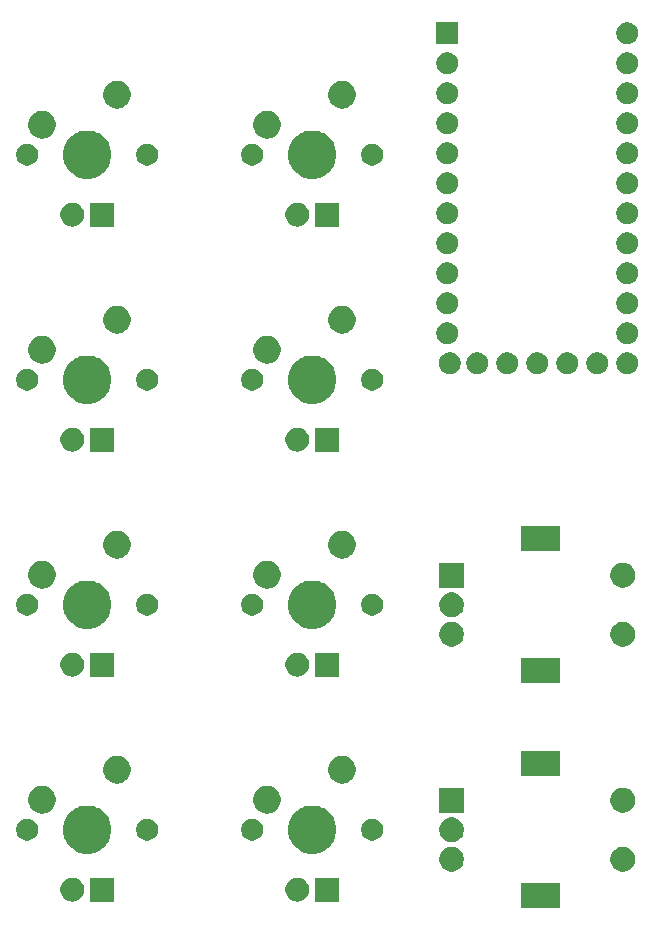
<source format=gbr>
G04 #@! TF.GenerationSoftware,KiCad,Pcbnew,(5.1.5)-2*
G04 #@! TF.CreationDate,2020-01-16T23:06:53-08:00*
G04 #@! TF.ProjectId,Jason's PCB,4a61736f-6e27-4732-9050-43422e6b6963,rev?*
G04 #@! TF.SameCoordinates,Original*
G04 #@! TF.FileFunction,Soldermask,Bot*
G04 #@! TF.FilePolarity,Negative*
%FSLAX46Y46*%
G04 Gerber Fmt 4.6, Leading zero omitted, Abs format (unit mm)*
G04 Created by KiCad (PCBNEW (5.1.5)-2) date 2020-01-16 23:06:53*
%MOMM*%
%LPD*%
G04 APERTURE LIST*
%ADD10C,0.100000*%
G04 APERTURE END LIST*
D10*
G36*
X130429000Y-91614000D02*
G01*
X127127000Y-91614000D01*
X127127000Y-89512000D01*
X130429000Y-89512000D01*
X130429000Y-91614000D01*
G37*
G36*
X111747500Y-91046500D02*
G01*
X109740500Y-91046500D01*
X109740500Y-89039500D01*
X111747500Y-89039500D01*
X111747500Y-91046500D01*
G37*
G36*
X108330425Y-89044988D02*
G01*
X108496710Y-89078063D01*
X108679336Y-89153709D01*
X108843694Y-89263530D01*
X108983470Y-89403306D01*
X109093291Y-89567664D01*
X109168937Y-89750290D01*
X109207500Y-89944164D01*
X109207500Y-90141836D01*
X109168937Y-90335710D01*
X109093291Y-90518336D01*
X108983470Y-90682694D01*
X108843694Y-90822470D01*
X108679336Y-90932291D01*
X108496710Y-91007937D01*
X108330425Y-91041012D01*
X108302837Y-91046500D01*
X108105163Y-91046500D01*
X108077575Y-91041012D01*
X107911290Y-91007937D01*
X107728664Y-90932291D01*
X107564306Y-90822470D01*
X107424530Y-90682694D01*
X107314709Y-90518336D01*
X107239063Y-90335710D01*
X107200500Y-90141836D01*
X107200500Y-89944164D01*
X107239063Y-89750290D01*
X107314709Y-89567664D01*
X107424530Y-89403306D01*
X107564306Y-89263530D01*
X107728664Y-89153709D01*
X107911290Y-89078063D01*
X108077575Y-89044988D01*
X108105163Y-89039500D01*
X108302837Y-89039500D01*
X108330425Y-89044988D01*
G37*
G36*
X89280425Y-89044988D02*
G01*
X89446710Y-89078063D01*
X89629336Y-89153709D01*
X89793694Y-89263530D01*
X89933470Y-89403306D01*
X90043291Y-89567664D01*
X90118937Y-89750290D01*
X90157500Y-89944164D01*
X90157500Y-90141836D01*
X90118937Y-90335710D01*
X90043291Y-90518336D01*
X89933470Y-90682694D01*
X89793694Y-90822470D01*
X89629336Y-90932291D01*
X89446710Y-91007937D01*
X89280425Y-91041012D01*
X89252837Y-91046500D01*
X89055163Y-91046500D01*
X89027575Y-91041012D01*
X88861290Y-91007937D01*
X88678664Y-90932291D01*
X88514306Y-90822470D01*
X88374530Y-90682694D01*
X88264709Y-90518336D01*
X88189063Y-90335710D01*
X88150500Y-90141836D01*
X88150500Y-89944164D01*
X88189063Y-89750290D01*
X88264709Y-89567664D01*
X88374530Y-89403306D01*
X88514306Y-89263530D01*
X88678664Y-89153709D01*
X88861290Y-89078063D01*
X89027575Y-89044988D01*
X89055163Y-89039500D01*
X89252837Y-89039500D01*
X89280425Y-89044988D01*
G37*
G36*
X92697500Y-91046500D02*
G01*
X90690500Y-91046500D01*
X90690500Y-89039500D01*
X92697500Y-89039500D01*
X92697500Y-91046500D01*
G37*
G36*
X136084564Y-86452389D02*
G01*
X136275833Y-86531615D01*
X136275835Y-86531616D01*
X136305409Y-86551377D01*
X136447973Y-86646635D01*
X136594365Y-86793027D01*
X136709385Y-86965167D01*
X136788611Y-87156436D01*
X136829000Y-87359484D01*
X136829000Y-87566516D01*
X136788611Y-87769564D01*
X136709385Y-87960833D01*
X136709384Y-87960835D01*
X136594365Y-88132973D01*
X136447973Y-88279365D01*
X136275835Y-88394384D01*
X136275834Y-88394385D01*
X136275833Y-88394385D01*
X136084564Y-88473611D01*
X135881516Y-88514000D01*
X135674484Y-88514000D01*
X135471436Y-88473611D01*
X135280167Y-88394385D01*
X135280166Y-88394385D01*
X135280165Y-88394384D01*
X135108027Y-88279365D01*
X134961635Y-88132973D01*
X134846616Y-87960835D01*
X134846615Y-87960833D01*
X134767389Y-87769564D01*
X134727000Y-87566516D01*
X134727000Y-87359484D01*
X134767389Y-87156436D01*
X134846615Y-86965167D01*
X134961635Y-86793027D01*
X135108027Y-86646635D01*
X135250591Y-86551377D01*
X135280165Y-86531616D01*
X135280167Y-86531615D01*
X135471436Y-86452389D01*
X135674484Y-86412000D01*
X135881516Y-86412000D01*
X136084564Y-86452389D01*
G37*
G36*
X121584564Y-86452389D02*
G01*
X121775833Y-86531615D01*
X121775835Y-86531616D01*
X121805409Y-86551377D01*
X121947973Y-86646635D01*
X122094365Y-86793027D01*
X122209385Y-86965167D01*
X122288611Y-87156436D01*
X122329000Y-87359484D01*
X122329000Y-87566516D01*
X122288611Y-87769564D01*
X122209385Y-87960833D01*
X122209384Y-87960835D01*
X122094365Y-88132973D01*
X121947973Y-88279365D01*
X121775835Y-88394384D01*
X121775834Y-88394385D01*
X121775833Y-88394385D01*
X121584564Y-88473611D01*
X121381516Y-88514000D01*
X121174484Y-88514000D01*
X120971436Y-88473611D01*
X120780167Y-88394385D01*
X120780166Y-88394385D01*
X120780165Y-88394384D01*
X120608027Y-88279365D01*
X120461635Y-88132973D01*
X120346616Y-87960835D01*
X120346615Y-87960833D01*
X120267389Y-87769564D01*
X120227000Y-87566516D01*
X120227000Y-87359484D01*
X120267389Y-87156436D01*
X120346615Y-86965167D01*
X120461635Y-86793027D01*
X120608027Y-86646635D01*
X120750591Y-86551377D01*
X120780165Y-86531616D01*
X120780167Y-86531615D01*
X120971436Y-86452389D01*
X121174484Y-86412000D01*
X121381516Y-86412000D01*
X121584564Y-86452389D01*
G37*
G36*
X110070474Y-82996684D02*
G01*
X110288474Y-83086983D01*
X110442623Y-83150833D01*
X110777548Y-83374623D01*
X111062377Y-83659452D01*
X111286167Y-83994377D01*
X111318562Y-84072586D01*
X111440316Y-84366526D01*
X111518900Y-84761594D01*
X111518900Y-85164406D01*
X111440316Y-85559474D01*
X111389451Y-85682272D01*
X111286167Y-85931623D01*
X111062377Y-86266548D01*
X110777548Y-86551377D01*
X110442623Y-86775167D01*
X110288474Y-86839017D01*
X110070474Y-86929316D01*
X109675406Y-87007900D01*
X109272594Y-87007900D01*
X108877526Y-86929316D01*
X108659526Y-86839017D01*
X108505377Y-86775167D01*
X108170452Y-86551377D01*
X107885623Y-86266548D01*
X107661833Y-85931623D01*
X107558549Y-85682272D01*
X107507684Y-85559474D01*
X107429100Y-85164406D01*
X107429100Y-84761594D01*
X107507684Y-84366526D01*
X107629438Y-84072586D01*
X107661833Y-83994377D01*
X107885623Y-83659452D01*
X108170452Y-83374623D01*
X108505377Y-83150833D01*
X108659526Y-83086983D01*
X108877526Y-82996684D01*
X109272594Y-82918100D01*
X109675406Y-82918100D01*
X110070474Y-82996684D01*
G37*
G36*
X91020474Y-82996684D02*
G01*
X91238474Y-83086983D01*
X91392623Y-83150833D01*
X91727548Y-83374623D01*
X92012377Y-83659452D01*
X92236167Y-83994377D01*
X92268562Y-84072586D01*
X92390316Y-84366526D01*
X92468900Y-84761594D01*
X92468900Y-85164406D01*
X92390316Y-85559474D01*
X92339451Y-85682272D01*
X92236167Y-85931623D01*
X92012377Y-86266548D01*
X91727548Y-86551377D01*
X91392623Y-86775167D01*
X91238474Y-86839017D01*
X91020474Y-86929316D01*
X90625406Y-87007900D01*
X90222594Y-87007900D01*
X89827526Y-86929316D01*
X89609526Y-86839017D01*
X89455377Y-86775167D01*
X89120452Y-86551377D01*
X88835623Y-86266548D01*
X88611833Y-85931623D01*
X88508549Y-85682272D01*
X88457684Y-85559474D01*
X88379100Y-85164406D01*
X88379100Y-84761594D01*
X88457684Y-84366526D01*
X88579438Y-84072586D01*
X88611833Y-83994377D01*
X88835623Y-83659452D01*
X89120452Y-83374623D01*
X89455377Y-83150833D01*
X89609526Y-83086983D01*
X89827526Y-82996684D01*
X90222594Y-82918100D01*
X90625406Y-82918100D01*
X91020474Y-82996684D01*
G37*
G36*
X121584564Y-83952389D02*
G01*
X121775833Y-84031615D01*
X121775835Y-84031616D01*
X121837149Y-84072585D01*
X121947973Y-84146635D01*
X122094365Y-84293027D01*
X122209384Y-84465165D01*
X122288611Y-84656435D01*
X122329000Y-84859484D01*
X122329000Y-85066514D01*
X122288611Y-85269564D01*
X122233909Y-85401626D01*
X122209384Y-85460835D01*
X122094365Y-85632973D01*
X121947973Y-85779365D01*
X121775835Y-85894384D01*
X121775834Y-85894385D01*
X121775833Y-85894385D01*
X121584564Y-85973611D01*
X121381516Y-86014000D01*
X121174484Y-86014000D01*
X120971436Y-85973611D01*
X120780167Y-85894385D01*
X120780166Y-85894385D01*
X120780165Y-85894384D01*
X120608027Y-85779365D01*
X120461635Y-85632973D01*
X120346616Y-85460835D01*
X120322091Y-85401626D01*
X120267389Y-85269564D01*
X120227000Y-85066514D01*
X120227000Y-84859484D01*
X120267389Y-84656435D01*
X120346616Y-84465165D01*
X120461635Y-84293027D01*
X120608027Y-84146635D01*
X120718851Y-84072585D01*
X120780165Y-84031616D01*
X120780167Y-84031615D01*
X120971436Y-83952389D01*
X121174484Y-83912000D01*
X121381516Y-83912000D01*
X121584564Y-83952389D01*
G37*
G36*
X85614104Y-84072585D02*
G01*
X85782626Y-84142389D01*
X85934291Y-84243728D01*
X86063272Y-84372709D01*
X86164611Y-84524374D01*
X86234415Y-84692896D01*
X86270000Y-84871797D01*
X86270000Y-85054203D01*
X86234415Y-85233104D01*
X86164611Y-85401626D01*
X86063272Y-85553291D01*
X85934291Y-85682272D01*
X85782626Y-85783611D01*
X85614104Y-85853415D01*
X85435203Y-85889000D01*
X85252797Y-85889000D01*
X85073896Y-85853415D01*
X84905374Y-85783611D01*
X84753709Y-85682272D01*
X84624728Y-85553291D01*
X84523389Y-85401626D01*
X84453585Y-85233104D01*
X84418000Y-85054203D01*
X84418000Y-84871797D01*
X84453585Y-84692896D01*
X84523389Y-84524374D01*
X84624728Y-84372709D01*
X84753709Y-84243728D01*
X84905374Y-84142389D01*
X85073896Y-84072585D01*
X85252797Y-84037000D01*
X85435203Y-84037000D01*
X85614104Y-84072585D01*
G37*
G36*
X114824104Y-84072585D02*
G01*
X114992626Y-84142389D01*
X115144291Y-84243728D01*
X115273272Y-84372709D01*
X115374611Y-84524374D01*
X115444415Y-84692896D01*
X115480000Y-84871797D01*
X115480000Y-85054203D01*
X115444415Y-85233104D01*
X115374611Y-85401626D01*
X115273272Y-85553291D01*
X115144291Y-85682272D01*
X114992626Y-85783611D01*
X114824104Y-85853415D01*
X114645203Y-85889000D01*
X114462797Y-85889000D01*
X114283896Y-85853415D01*
X114115374Y-85783611D01*
X113963709Y-85682272D01*
X113834728Y-85553291D01*
X113733389Y-85401626D01*
X113663585Y-85233104D01*
X113628000Y-85054203D01*
X113628000Y-84871797D01*
X113663585Y-84692896D01*
X113733389Y-84524374D01*
X113834728Y-84372709D01*
X113963709Y-84243728D01*
X114115374Y-84142389D01*
X114283896Y-84072585D01*
X114462797Y-84037000D01*
X114645203Y-84037000D01*
X114824104Y-84072585D01*
G37*
G36*
X104664104Y-84072585D02*
G01*
X104832626Y-84142389D01*
X104984291Y-84243728D01*
X105113272Y-84372709D01*
X105214611Y-84524374D01*
X105284415Y-84692896D01*
X105320000Y-84871797D01*
X105320000Y-85054203D01*
X105284415Y-85233104D01*
X105214611Y-85401626D01*
X105113272Y-85553291D01*
X104984291Y-85682272D01*
X104832626Y-85783611D01*
X104664104Y-85853415D01*
X104485203Y-85889000D01*
X104302797Y-85889000D01*
X104123896Y-85853415D01*
X103955374Y-85783611D01*
X103803709Y-85682272D01*
X103674728Y-85553291D01*
X103573389Y-85401626D01*
X103503585Y-85233104D01*
X103468000Y-85054203D01*
X103468000Y-84871797D01*
X103503585Y-84692896D01*
X103573389Y-84524374D01*
X103674728Y-84372709D01*
X103803709Y-84243728D01*
X103955374Y-84142389D01*
X104123896Y-84072585D01*
X104302797Y-84037000D01*
X104485203Y-84037000D01*
X104664104Y-84072585D01*
G37*
G36*
X95774104Y-84072585D02*
G01*
X95942626Y-84142389D01*
X96094291Y-84243728D01*
X96223272Y-84372709D01*
X96324611Y-84524374D01*
X96394415Y-84692896D01*
X96430000Y-84871797D01*
X96430000Y-85054203D01*
X96394415Y-85233104D01*
X96324611Y-85401626D01*
X96223272Y-85553291D01*
X96094291Y-85682272D01*
X95942626Y-85783611D01*
X95774104Y-85853415D01*
X95595203Y-85889000D01*
X95412797Y-85889000D01*
X95233896Y-85853415D01*
X95065374Y-85783611D01*
X94913709Y-85682272D01*
X94784728Y-85553291D01*
X94683389Y-85401626D01*
X94613585Y-85233104D01*
X94578000Y-85054203D01*
X94578000Y-84871797D01*
X94613585Y-84692896D01*
X94683389Y-84524374D01*
X94784728Y-84372709D01*
X94913709Y-84243728D01*
X95065374Y-84142389D01*
X95233896Y-84072585D01*
X95412797Y-84037000D01*
X95595203Y-84037000D01*
X95774104Y-84072585D01*
G37*
G36*
X86805560Y-81262064D02*
G01*
X86957027Y-81292193D01*
X87171045Y-81380842D01*
X87171046Y-81380843D01*
X87363654Y-81509539D01*
X87527461Y-81673346D01*
X87607429Y-81793027D01*
X87656158Y-81865955D01*
X87744807Y-82079973D01*
X87790000Y-82307174D01*
X87790000Y-82538826D01*
X87744807Y-82766027D01*
X87656158Y-82980045D01*
X87656157Y-82980046D01*
X87527461Y-83172654D01*
X87363654Y-83336461D01*
X87276964Y-83394385D01*
X87171045Y-83465158D01*
X86957027Y-83553807D01*
X86805560Y-83583936D01*
X86729827Y-83599000D01*
X86498173Y-83599000D01*
X86422440Y-83583936D01*
X86270973Y-83553807D01*
X86056955Y-83465158D01*
X85951036Y-83394385D01*
X85864346Y-83336461D01*
X85700539Y-83172654D01*
X85571843Y-82980046D01*
X85571842Y-82980045D01*
X85483193Y-82766027D01*
X85438000Y-82538826D01*
X85438000Y-82307174D01*
X85483193Y-82079973D01*
X85571842Y-81865955D01*
X85620571Y-81793027D01*
X85700539Y-81673346D01*
X85864346Y-81509539D01*
X86056954Y-81380843D01*
X86056955Y-81380842D01*
X86270973Y-81292193D01*
X86422440Y-81262064D01*
X86498173Y-81247000D01*
X86729827Y-81247000D01*
X86805560Y-81262064D01*
G37*
G36*
X105855560Y-81262064D02*
G01*
X106007027Y-81292193D01*
X106221045Y-81380842D01*
X106221046Y-81380843D01*
X106413654Y-81509539D01*
X106577461Y-81673346D01*
X106657429Y-81793027D01*
X106706158Y-81865955D01*
X106794807Y-82079973D01*
X106840000Y-82307174D01*
X106840000Y-82538826D01*
X106794807Y-82766027D01*
X106706158Y-82980045D01*
X106706157Y-82980046D01*
X106577461Y-83172654D01*
X106413654Y-83336461D01*
X106326964Y-83394385D01*
X106221045Y-83465158D01*
X106007027Y-83553807D01*
X105855560Y-83583936D01*
X105779827Y-83599000D01*
X105548173Y-83599000D01*
X105472440Y-83583936D01*
X105320973Y-83553807D01*
X105106955Y-83465158D01*
X105001036Y-83394385D01*
X104914346Y-83336461D01*
X104750539Y-83172654D01*
X104621843Y-82980046D01*
X104621842Y-82980045D01*
X104533193Y-82766027D01*
X104488000Y-82538826D01*
X104488000Y-82307174D01*
X104533193Y-82079973D01*
X104621842Y-81865955D01*
X104670571Y-81793027D01*
X104750539Y-81673346D01*
X104914346Y-81509539D01*
X105106954Y-81380843D01*
X105106955Y-81380842D01*
X105320973Y-81292193D01*
X105472440Y-81262064D01*
X105548173Y-81247000D01*
X105779827Y-81247000D01*
X105855560Y-81262064D01*
G37*
G36*
X122329000Y-83514000D02*
G01*
X120227000Y-83514000D01*
X120227000Y-81412000D01*
X122329000Y-81412000D01*
X122329000Y-83514000D01*
G37*
G36*
X136084564Y-81452389D02*
G01*
X136275833Y-81531615D01*
X136275835Y-81531616D01*
X136447973Y-81646635D01*
X136594365Y-81793027D01*
X136709385Y-81965167D01*
X136788611Y-82156436D01*
X136829000Y-82359484D01*
X136829000Y-82566516D01*
X136788611Y-82769564D01*
X136709385Y-82960833D01*
X136709384Y-82960835D01*
X136594365Y-83132973D01*
X136447973Y-83279365D01*
X136275835Y-83394384D01*
X136275834Y-83394385D01*
X136275833Y-83394385D01*
X136084564Y-83473611D01*
X135881516Y-83514000D01*
X135674484Y-83514000D01*
X135471436Y-83473611D01*
X135280167Y-83394385D01*
X135280166Y-83394385D01*
X135280165Y-83394384D01*
X135108027Y-83279365D01*
X134961635Y-83132973D01*
X134846616Y-82960835D01*
X134846615Y-82960833D01*
X134767389Y-82769564D01*
X134727000Y-82566516D01*
X134727000Y-82359484D01*
X134767389Y-82156436D01*
X134846615Y-81965167D01*
X134961635Y-81793027D01*
X135108027Y-81646635D01*
X135280165Y-81531616D01*
X135280167Y-81531615D01*
X135471436Y-81452389D01*
X135674484Y-81412000D01*
X135881516Y-81412000D01*
X136084564Y-81452389D01*
G37*
G36*
X93155560Y-78722064D02*
G01*
X93307027Y-78752193D01*
X93521045Y-78840842D01*
X93521046Y-78840843D01*
X93713654Y-78969539D01*
X93877461Y-79133346D01*
X93963258Y-79261751D01*
X94006158Y-79325955D01*
X94094807Y-79539973D01*
X94140000Y-79767174D01*
X94140000Y-79998826D01*
X94094807Y-80226027D01*
X94006158Y-80440045D01*
X94006157Y-80440046D01*
X93877461Y-80632654D01*
X93713654Y-80796461D01*
X93585249Y-80882258D01*
X93521045Y-80925158D01*
X93307027Y-81013807D01*
X93155560Y-81043936D01*
X93079827Y-81059000D01*
X92848173Y-81059000D01*
X92772440Y-81043936D01*
X92620973Y-81013807D01*
X92406955Y-80925158D01*
X92342751Y-80882258D01*
X92214346Y-80796461D01*
X92050539Y-80632654D01*
X91921843Y-80440046D01*
X91921842Y-80440045D01*
X91833193Y-80226027D01*
X91788000Y-79998826D01*
X91788000Y-79767174D01*
X91833193Y-79539973D01*
X91921842Y-79325955D01*
X91964742Y-79261751D01*
X92050539Y-79133346D01*
X92214346Y-78969539D01*
X92406954Y-78840843D01*
X92406955Y-78840842D01*
X92620973Y-78752193D01*
X92772440Y-78722064D01*
X92848173Y-78707000D01*
X93079827Y-78707000D01*
X93155560Y-78722064D01*
G37*
G36*
X112205560Y-78722064D02*
G01*
X112357027Y-78752193D01*
X112571045Y-78840842D01*
X112571046Y-78840843D01*
X112763654Y-78969539D01*
X112927461Y-79133346D01*
X113013258Y-79261751D01*
X113056158Y-79325955D01*
X113144807Y-79539973D01*
X113190000Y-79767174D01*
X113190000Y-79998826D01*
X113144807Y-80226027D01*
X113056158Y-80440045D01*
X113056157Y-80440046D01*
X112927461Y-80632654D01*
X112763654Y-80796461D01*
X112635249Y-80882258D01*
X112571045Y-80925158D01*
X112357027Y-81013807D01*
X112205560Y-81043936D01*
X112129827Y-81059000D01*
X111898173Y-81059000D01*
X111822440Y-81043936D01*
X111670973Y-81013807D01*
X111456955Y-80925158D01*
X111392751Y-80882258D01*
X111264346Y-80796461D01*
X111100539Y-80632654D01*
X110971843Y-80440046D01*
X110971842Y-80440045D01*
X110883193Y-80226027D01*
X110838000Y-79998826D01*
X110838000Y-79767174D01*
X110883193Y-79539973D01*
X110971842Y-79325955D01*
X111014742Y-79261751D01*
X111100539Y-79133346D01*
X111264346Y-78969539D01*
X111456954Y-78840843D01*
X111456955Y-78840842D01*
X111670973Y-78752193D01*
X111822440Y-78722064D01*
X111898173Y-78707000D01*
X112129827Y-78707000D01*
X112205560Y-78722064D01*
G37*
G36*
X130429000Y-80414000D02*
G01*
X127127000Y-80414000D01*
X127127000Y-78312000D01*
X130429000Y-78312000D01*
X130429000Y-80414000D01*
G37*
G36*
X130429000Y-72564000D02*
G01*
X127127000Y-72564000D01*
X127127000Y-70462000D01*
X130429000Y-70462000D01*
X130429000Y-72564000D01*
G37*
G36*
X111747500Y-71996500D02*
G01*
X109740500Y-71996500D01*
X109740500Y-69989500D01*
X111747500Y-69989500D01*
X111747500Y-71996500D01*
G37*
G36*
X108330425Y-69994988D02*
G01*
X108496710Y-70028063D01*
X108679336Y-70103709D01*
X108843694Y-70213530D01*
X108983470Y-70353306D01*
X109093291Y-70517664D01*
X109168937Y-70700290D01*
X109207500Y-70894164D01*
X109207500Y-71091836D01*
X109168937Y-71285710D01*
X109093291Y-71468336D01*
X108983470Y-71632694D01*
X108843694Y-71772470D01*
X108679336Y-71882291D01*
X108496710Y-71957937D01*
X108330425Y-71991012D01*
X108302837Y-71996500D01*
X108105163Y-71996500D01*
X108077575Y-71991012D01*
X107911290Y-71957937D01*
X107728664Y-71882291D01*
X107564306Y-71772470D01*
X107424530Y-71632694D01*
X107314709Y-71468336D01*
X107239063Y-71285710D01*
X107200500Y-71091836D01*
X107200500Y-70894164D01*
X107239063Y-70700290D01*
X107314709Y-70517664D01*
X107424530Y-70353306D01*
X107564306Y-70213530D01*
X107728664Y-70103709D01*
X107911290Y-70028063D01*
X108077575Y-69994988D01*
X108105163Y-69989500D01*
X108302837Y-69989500D01*
X108330425Y-69994988D01*
G37*
G36*
X92697500Y-71996500D02*
G01*
X90690500Y-71996500D01*
X90690500Y-69989500D01*
X92697500Y-69989500D01*
X92697500Y-71996500D01*
G37*
G36*
X89280425Y-69994988D02*
G01*
X89446710Y-70028063D01*
X89629336Y-70103709D01*
X89793694Y-70213530D01*
X89933470Y-70353306D01*
X90043291Y-70517664D01*
X90118937Y-70700290D01*
X90157500Y-70894164D01*
X90157500Y-71091836D01*
X90118937Y-71285710D01*
X90043291Y-71468336D01*
X89933470Y-71632694D01*
X89793694Y-71772470D01*
X89629336Y-71882291D01*
X89446710Y-71957937D01*
X89280425Y-71991012D01*
X89252837Y-71996500D01*
X89055163Y-71996500D01*
X89027575Y-71991012D01*
X88861290Y-71957937D01*
X88678664Y-71882291D01*
X88514306Y-71772470D01*
X88374530Y-71632694D01*
X88264709Y-71468336D01*
X88189063Y-71285710D01*
X88150500Y-71091836D01*
X88150500Y-70894164D01*
X88189063Y-70700290D01*
X88264709Y-70517664D01*
X88374530Y-70353306D01*
X88514306Y-70213530D01*
X88678664Y-70103709D01*
X88861290Y-70028063D01*
X89027575Y-69994988D01*
X89055163Y-69989500D01*
X89252837Y-69989500D01*
X89280425Y-69994988D01*
G37*
G36*
X121584564Y-67402389D02*
G01*
X121775833Y-67481615D01*
X121775835Y-67481616D01*
X121805409Y-67501377D01*
X121947973Y-67596635D01*
X122094365Y-67743027D01*
X122209385Y-67915167D01*
X122288611Y-68106436D01*
X122329000Y-68309484D01*
X122329000Y-68516516D01*
X122288611Y-68719564D01*
X122209385Y-68910833D01*
X122209384Y-68910835D01*
X122094365Y-69082973D01*
X121947973Y-69229365D01*
X121775835Y-69344384D01*
X121775834Y-69344385D01*
X121775833Y-69344385D01*
X121584564Y-69423611D01*
X121381516Y-69464000D01*
X121174484Y-69464000D01*
X120971436Y-69423611D01*
X120780167Y-69344385D01*
X120780166Y-69344385D01*
X120780165Y-69344384D01*
X120608027Y-69229365D01*
X120461635Y-69082973D01*
X120346616Y-68910835D01*
X120346615Y-68910833D01*
X120267389Y-68719564D01*
X120227000Y-68516516D01*
X120227000Y-68309484D01*
X120267389Y-68106436D01*
X120346615Y-67915167D01*
X120461635Y-67743027D01*
X120608027Y-67596635D01*
X120750591Y-67501377D01*
X120780165Y-67481616D01*
X120780167Y-67481615D01*
X120971436Y-67402389D01*
X121174484Y-67362000D01*
X121381516Y-67362000D01*
X121584564Y-67402389D01*
G37*
G36*
X136084564Y-67402389D02*
G01*
X136275833Y-67481615D01*
X136275835Y-67481616D01*
X136305409Y-67501377D01*
X136447973Y-67596635D01*
X136594365Y-67743027D01*
X136709385Y-67915167D01*
X136788611Y-68106436D01*
X136829000Y-68309484D01*
X136829000Y-68516516D01*
X136788611Y-68719564D01*
X136709385Y-68910833D01*
X136709384Y-68910835D01*
X136594365Y-69082973D01*
X136447973Y-69229365D01*
X136275835Y-69344384D01*
X136275834Y-69344385D01*
X136275833Y-69344385D01*
X136084564Y-69423611D01*
X135881516Y-69464000D01*
X135674484Y-69464000D01*
X135471436Y-69423611D01*
X135280167Y-69344385D01*
X135280166Y-69344385D01*
X135280165Y-69344384D01*
X135108027Y-69229365D01*
X134961635Y-69082973D01*
X134846616Y-68910835D01*
X134846615Y-68910833D01*
X134767389Y-68719564D01*
X134727000Y-68516516D01*
X134727000Y-68309484D01*
X134767389Y-68106436D01*
X134846615Y-67915167D01*
X134961635Y-67743027D01*
X135108027Y-67596635D01*
X135250591Y-67501377D01*
X135280165Y-67481616D01*
X135280167Y-67481615D01*
X135471436Y-67402389D01*
X135674484Y-67362000D01*
X135881516Y-67362000D01*
X136084564Y-67402389D01*
G37*
G36*
X110070474Y-63946684D02*
G01*
X110288474Y-64036983D01*
X110442623Y-64100833D01*
X110777548Y-64324623D01*
X111062377Y-64609452D01*
X111286167Y-64944377D01*
X111318562Y-65022586D01*
X111440316Y-65316526D01*
X111518900Y-65711594D01*
X111518900Y-66114406D01*
X111440316Y-66509474D01*
X111389451Y-66632272D01*
X111286167Y-66881623D01*
X111062377Y-67216548D01*
X110777548Y-67501377D01*
X110442623Y-67725167D01*
X110288474Y-67789017D01*
X110070474Y-67879316D01*
X109675406Y-67957900D01*
X109272594Y-67957900D01*
X108877526Y-67879316D01*
X108659526Y-67789017D01*
X108505377Y-67725167D01*
X108170452Y-67501377D01*
X107885623Y-67216548D01*
X107661833Y-66881623D01*
X107558549Y-66632272D01*
X107507684Y-66509474D01*
X107429100Y-66114406D01*
X107429100Y-65711594D01*
X107507684Y-65316526D01*
X107629438Y-65022586D01*
X107661833Y-64944377D01*
X107885623Y-64609452D01*
X108170452Y-64324623D01*
X108505377Y-64100833D01*
X108659526Y-64036983D01*
X108877526Y-63946684D01*
X109272594Y-63868100D01*
X109675406Y-63868100D01*
X110070474Y-63946684D01*
G37*
G36*
X91020474Y-63946684D02*
G01*
X91238474Y-64036983D01*
X91392623Y-64100833D01*
X91727548Y-64324623D01*
X92012377Y-64609452D01*
X92236167Y-64944377D01*
X92268562Y-65022586D01*
X92390316Y-65316526D01*
X92468900Y-65711594D01*
X92468900Y-66114406D01*
X92390316Y-66509474D01*
X92339451Y-66632272D01*
X92236167Y-66881623D01*
X92012377Y-67216548D01*
X91727548Y-67501377D01*
X91392623Y-67725167D01*
X91238474Y-67789017D01*
X91020474Y-67879316D01*
X90625406Y-67957900D01*
X90222594Y-67957900D01*
X89827526Y-67879316D01*
X89609526Y-67789017D01*
X89455377Y-67725167D01*
X89120452Y-67501377D01*
X88835623Y-67216548D01*
X88611833Y-66881623D01*
X88508549Y-66632272D01*
X88457684Y-66509474D01*
X88379100Y-66114406D01*
X88379100Y-65711594D01*
X88457684Y-65316526D01*
X88579438Y-65022586D01*
X88611833Y-64944377D01*
X88835623Y-64609452D01*
X89120452Y-64324623D01*
X89455377Y-64100833D01*
X89609526Y-64036983D01*
X89827526Y-63946684D01*
X90222594Y-63868100D01*
X90625406Y-63868100D01*
X91020474Y-63946684D01*
G37*
G36*
X121584564Y-64902389D02*
G01*
X121775833Y-64981615D01*
X121775835Y-64981616D01*
X121837149Y-65022585D01*
X121947973Y-65096635D01*
X122094365Y-65243027D01*
X122209384Y-65415165D01*
X122288611Y-65606435D01*
X122329000Y-65809484D01*
X122329000Y-66016514D01*
X122288611Y-66219564D01*
X122233909Y-66351626D01*
X122209384Y-66410835D01*
X122094365Y-66582973D01*
X121947973Y-66729365D01*
X121775835Y-66844384D01*
X121775834Y-66844385D01*
X121775833Y-66844385D01*
X121584564Y-66923611D01*
X121381516Y-66964000D01*
X121174484Y-66964000D01*
X120971436Y-66923611D01*
X120780167Y-66844385D01*
X120780166Y-66844385D01*
X120780165Y-66844384D01*
X120608027Y-66729365D01*
X120461635Y-66582973D01*
X120346616Y-66410835D01*
X120322091Y-66351626D01*
X120267389Y-66219564D01*
X120227000Y-66016514D01*
X120227000Y-65809484D01*
X120267389Y-65606435D01*
X120346616Y-65415165D01*
X120461635Y-65243027D01*
X120608027Y-65096635D01*
X120718851Y-65022585D01*
X120780165Y-64981616D01*
X120780167Y-64981615D01*
X120971436Y-64902389D01*
X121174484Y-64862000D01*
X121381516Y-64862000D01*
X121584564Y-64902389D01*
G37*
G36*
X95774104Y-65022585D02*
G01*
X95942626Y-65092389D01*
X96094291Y-65193728D01*
X96223272Y-65322709D01*
X96324611Y-65474374D01*
X96394415Y-65642896D01*
X96430000Y-65821797D01*
X96430000Y-66004203D01*
X96394415Y-66183104D01*
X96324611Y-66351626D01*
X96223272Y-66503291D01*
X96094291Y-66632272D01*
X95942626Y-66733611D01*
X95774104Y-66803415D01*
X95595203Y-66839000D01*
X95412797Y-66839000D01*
X95233896Y-66803415D01*
X95065374Y-66733611D01*
X94913709Y-66632272D01*
X94784728Y-66503291D01*
X94683389Y-66351626D01*
X94613585Y-66183104D01*
X94578000Y-66004203D01*
X94578000Y-65821797D01*
X94613585Y-65642896D01*
X94683389Y-65474374D01*
X94784728Y-65322709D01*
X94913709Y-65193728D01*
X95065374Y-65092389D01*
X95233896Y-65022585D01*
X95412797Y-64987000D01*
X95595203Y-64987000D01*
X95774104Y-65022585D01*
G37*
G36*
X85614104Y-65022585D02*
G01*
X85782626Y-65092389D01*
X85934291Y-65193728D01*
X86063272Y-65322709D01*
X86164611Y-65474374D01*
X86234415Y-65642896D01*
X86270000Y-65821797D01*
X86270000Y-66004203D01*
X86234415Y-66183104D01*
X86164611Y-66351626D01*
X86063272Y-66503291D01*
X85934291Y-66632272D01*
X85782626Y-66733611D01*
X85614104Y-66803415D01*
X85435203Y-66839000D01*
X85252797Y-66839000D01*
X85073896Y-66803415D01*
X84905374Y-66733611D01*
X84753709Y-66632272D01*
X84624728Y-66503291D01*
X84523389Y-66351626D01*
X84453585Y-66183104D01*
X84418000Y-66004203D01*
X84418000Y-65821797D01*
X84453585Y-65642896D01*
X84523389Y-65474374D01*
X84624728Y-65322709D01*
X84753709Y-65193728D01*
X84905374Y-65092389D01*
X85073896Y-65022585D01*
X85252797Y-64987000D01*
X85435203Y-64987000D01*
X85614104Y-65022585D01*
G37*
G36*
X104664104Y-65022585D02*
G01*
X104832626Y-65092389D01*
X104984291Y-65193728D01*
X105113272Y-65322709D01*
X105214611Y-65474374D01*
X105284415Y-65642896D01*
X105320000Y-65821797D01*
X105320000Y-66004203D01*
X105284415Y-66183104D01*
X105214611Y-66351626D01*
X105113272Y-66503291D01*
X104984291Y-66632272D01*
X104832626Y-66733611D01*
X104664104Y-66803415D01*
X104485203Y-66839000D01*
X104302797Y-66839000D01*
X104123896Y-66803415D01*
X103955374Y-66733611D01*
X103803709Y-66632272D01*
X103674728Y-66503291D01*
X103573389Y-66351626D01*
X103503585Y-66183104D01*
X103468000Y-66004203D01*
X103468000Y-65821797D01*
X103503585Y-65642896D01*
X103573389Y-65474374D01*
X103674728Y-65322709D01*
X103803709Y-65193728D01*
X103955374Y-65092389D01*
X104123896Y-65022585D01*
X104302797Y-64987000D01*
X104485203Y-64987000D01*
X104664104Y-65022585D01*
G37*
G36*
X114824104Y-65022585D02*
G01*
X114992626Y-65092389D01*
X115144291Y-65193728D01*
X115273272Y-65322709D01*
X115374611Y-65474374D01*
X115444415Y-65642896D01*
X115480000Y-65821797D01*
X115480000Y-66004203D01*
X115444415Y-66183104D01*
X115374611Y-66351626D01*
X115273272Y-66503291D01*
X115144291Y-66632272D01*
X114992626Y-66733611D01*
X114824104Y-66803415D01*
X114645203Y-66839000D01*
X114462797Y-66839000D01*
X114283896Y-66803415D01*
X114115374Y-66733611D01*
X113963709Y-66632272D01*
X113834728Y-66503291D01*
X113733389Y-66351626D01*
X113663585Y-66183104D01*
X113628000Y-66004203D01*
X113628000Y-65821797D01*
X113663585Y-65642896D01*
X113733389Y-65474374D01*
X113834728Y-65322709D01*
X113963709Y-65193728D01*
X114115374Y-65092389D01*
X114283896Y-65022585D01*
X114462797Y-64987000D01*
X114645203Y-64987000D01*
X114824104Y-65022585D01*
G37*
G36*
X105855560Y-62212064D02*
G01*
X106007027Y-62242193D01*
X106221045Y-62330842D01*
X106221046Y-62330843D01*
X106413654Y-62459539D01*
X106577461Y-62623346D01*
X106657429Y-62743027D01*
X106706158Y-62815955D01*
X106794807Y-63029973D01*
X106840000Y-63257174D01*
X106840000Y-63488826D01*
X106794807Y-63716027D01*
X106706158Y-63930045D01*
X106706157Y-63930046D01*
X106577461Y-64122654D01*
X106413654Y-64286461D01*
X106326964Y-64344385D01*
X106221045Y-64415158D01*
X106007027Y-64503807D01*
X105855560Y-64533936D01*
X105779827Y-64549000D01*
X105548173Y-64549000D01*
X105472440Y-64533936D01*
X105320973Y-64503807D01*
X105106955Y-64415158D01*
X105001036Y-64344385D01*
X104914346Y-64286461D01*
X104750539Y-64122654D01*
X104621843Y-63930046D01*
X104621842Y-63930045D01*
X104533193Y-63716027D01*
X104488000Y-63488826D01*
X104488000Y-63257174D01*
X104533193Y-63029973D01*
X104621842Y-62815955D01*
X104670571Y-62743027D01*
X104750539Y-62623346D01*
X104914346Y-62459539D01*
X105106954Y-62330843D01*
X105106955Y-62330842D01*
X105320973Y-62242193D01*
X105472440Y-62212064D01*
X105548173Y-62197000D01*
X105779827Y-62197000D01*
X105855560Y-62212064D01*
G37*
G36*
X86805560Y-62212064D02*
G01*
X86957027Y-62242193D01*
X87171045Y-62330842D01*
X87171046Y-62330843D01*
X87363654Y-62459539D01*
X87527461Y-62623346D01*
X87607429Y-62743027D01*
X87656158Y-62815955D01*
X87744807Y-63029973D01*
X87790000Y-63257174D01*
X87790000Y-63488826D01*
X87744807Y-63716027D01*
X87656158Y-63930045D01*
X87656157Y-63930046D01*
X87527461Y-64122654D01*
X87363654Y-64286461D01*
X87276964Y-64344385D01*
X87171045Y-64415158D01*
X86957027Y-64503807D01*
X86805560Y-64533936D01*
X86729827Y-64549000D01*
X86498173Y-64549000D01*
X86422440Y-64533936D01*
X86270973Y-64503807D01*
X86056955Y-64415158D01*
X85951036Y-64344385D01*
X85864346Y-64286461D01*
X85700539Y-64122654D01*
X85571843Y-63930046D01*
X85571842Y-63930045D01*
X85483193Y-63716027D01*
X85438000Y-63488826D01*
X85438000Y-63257174D01*
X85483193Y-63029973D01*
X85571842Y-62815955D01*
X85620571Y-62743027D01*
X85700539Y-62623346D01*
X85864346Y-62459539D01*
X86056954Y-62330843D01*
X86056955Y-62330842D01*
X86270973Y-62242193D01*
X86422440Y-62212064D01*
X86498173Y-62197000D01*
X86729827Y-62197000D01*
X86805560Y-62212064D01*
G37*
G36*
X122329000Y-64464000D02*
G01*
X120227000Y-64464000D01*
X120227000Y-62362000D01*
X122329000Y-62362000D01*
X122329000Y-64464000D01*
G37*
G36*
X136084564Y-62402389D02*
G01*
X136275833Y-62481615D01*
X136275835Y-62481616D01*
X136447973Y-62596635D01*
X136594365Y-62743027D01*
X136709385Y-62915167D01*
X136788611Y-63106436D01*
X136829000Y-63309484D01*
X136829000Y-63516516D01*
X136788611Y-63719564D01*
X136709385Y-63910833D01*
X136709384Y-63910835D01*
X136594365Y-64082973D01*
X136447973Y-64229365D01*
X136275835Y-64344384D01*
X136275834Y-64344385D01*
X136275833Y-64344385D01*
X136084564Y-64423611D01*
X135881516Y-64464000D01*
X135674484Y-64464000D01*
X135471436Y-64423611D01*
X135280167Y-64344385D01*
X135280166Y-64344385D01*
X135280165Y-64344384D01*
X135108027Y-64229365D01*
X134961635Y-64082973D01*
X134846616Y-63910835D01*
X134846615Y-63910833D01*
X134767389Y-63719564D01*
X134727000Y-63516516D01*
X134727000Y-63309484D01*
X134767389Y-63106436D01*
X134846615Y-62915167D01*
X134961635Y-62743027D01*
X135108027Y-62596635D01*
X135280165Y-62481616D01*
X135280167Y-62481615D01*
X135471436Y-62402389D01*
X135674484Y-62362000D01*
X135881516Y-62362000D01*
X136084564Y-62402389D01*
G37*
G36*
X112205560Y-59672064D02*
G01*
X112357027Y-59702193D01*
X112571045Y-59790842D01*
X112571046Y-59790843D01*
X112763654Y-59919539D01*
X112927461Y-60083346D01*
X113013258Y-60211751D01*
X113056158Y-60275955D01*
X113144807Y-60489973D01*
X113190000Y-60717174D01*
X113190000Y-60948826D01*
X113144807Y-61176027D01*
X113056158Y-61390045D01*
X113056157Y-61390046D01*
X112927461Y-61582654D01*
X112763654Y-61746461D01*
X112635249Y-61832258D01*
X112571045Y-61875158D01*
X112357027Y-61963807D01*
X112205560Y-61993936D01*
X112129827Y-62009000D01*
X111898173Y-62009000D01*
X111822440Y-61993936D01*
X111670973Y-61963807D01*
X111456955Y-61875158D01*
X111392751Y-61832258D01*
X111264346Y-61746461D01*
X111100539Y-61582654D01*
X110971843Y-61390046D01*
X110971842Y-61390045D01*
X110883193Y-61176027D01*
X110838000Y-60948826D01*
X110838000Y-60717174D01*
X110883193Y-60489973D01*
X110971842Y-60275955D01*
X111014742Y-60211751D01*
X111100539Y-60083346D01*
X111264346Y-59919539D01*
X111456954Y-59790843D01*
X111456955Y-59790842D01*
X111670973Y-59702193D01*
X111822440Y-59672064D01*
X111898173Y-59657000D01*
X112129827Y-59657000D01*
X112205560Y-59672064D01*
G37*
G36*
X93155560Y-59672064D02*
G01*
X93307027Y-59702193D01*
X93521045Y-59790842D01*
X93521046Y-59790843D01*
X93713654Y-59919539D01*
X93877461Y-60083346D01*
X93963258Y-60211751D01*
X94006158Y-60275955D01*
X94094807Y-60489973D01*
X94140000Y-60717174D01*
X94140000Y-60948826D01*
X94094807Y-61176027D01*
X94006158Y-61390045D01*
X94006157Y-61390046D01*
X93877461Y-61582654D01*
X93713654Y-61746461D01*
X93585249Y-61832258D01*
X93521045Y-61875158D01*
X93307027Y-61963807D01*
X93155560Y-61993936D01*
X93079827Y-62009000D01*
X92848173Y-62009000D01*
X92772440Y-61993936D01*
X92620973Y-61963807D01*
X92406955Y-61875158D01*
X92342751Y-61832258D01*
X92214346Y-61746461D01*
X92050539Y-61582654D01*
X91921843Y-61390046D01*
X91921842Y-61390045D01*
X91833193Y-61176027D01*
X91788000Y-60948826D01*
X91788000Y-60717174D01*
X91833193Y-60489973D01*
X91921842Y-60275955D01*
X91964742Y-60211751D01*
X92050539Y-60083346D01*
X92214346Y-59919539D01*
X92406954Y-59790843D01*
X92406955Y-59790842D01*
X92620973Y-59702193D01*
X92772440Y-59672064D01*
X92848173Y-59657000D01*
X93079827Y-59657000D01*
X93155560Y-59672064D01*
G37*
G36*
X130429000Y-61364000D02*
G01*
X127127000Y-61364000D01*
X127127000Y-59262000D01*
X130429000Y-59262000D01*
X130429000Y-61364000D01*
G37*
G36*
X89280425Y-50944988D02*
G01*
X89446710Y-50978063D01*
X89629336Y-51053709D01*
X89793694Y-51163530D01*
X89933470Y-51303306D01*
X90043291Y-51467664D01*
X90118937Y-51650290D01*
X90157500Y-51844164D01*
X90157500Y-52041836D01*
X90118937Y-52235710D01*
X90043291Y-52418336D01*
X89933470Y-52582694D01*
X89793694Y-52722470D01*
X89629336Y-52832291D01*
X89446710Y-52907937D01*
X89280425Y-52941012D01*
X89252837Y-52946500D01*
X89055163Y-52946500D01*
X89027575Y-52941012D01*
X88861290Y-52907937D01*
X88678664Y-52832291D01*
X88514306Y-52722470D01*
X88374530Y-52582694D01*
X88264709Y-52418336D01*
X88189063Y-52235710D01*
X88150500Y-52041836D01*
X88150500Y-51844164D01*
X88189063Y-51650290D01*
X88264709Y-51467664D01*
X88374530Y-51303306D01*
X88514306Y-51163530D01*
X88678664Y-51053709D01*
X88861290Y-50978063D01*
X89027575Y-50944988D01*
X89055163Y-50939500D01*
X89252837Y-50939500D01*
X89280425Y-50944988D01*
G37*
G36*
X92697500Y-52946500D02*
G01*
X90690500Y-52946500D01*
X90690500Y-50939500D01*
X92697500Y-50939500D01*
X92697500Y-52946500D01*
G37*
G36*
X108330425Y-50944988D02*
G01*
X108496710Y-50978063D01*
X108679336Y-51053709D01*
X108843694Y-51163530D01*
X108983470Y-51303306D01*
X109093291Y-51467664D01*
X109168937Y-51650290D01*
X109207500Y-51844164D01*
X109207500Y-52041836D01*
X109168937Y-52235710D01*
X109093291Y-52418336D01*
X108983470Y-52582694D01*
X108843694Y-52722470D01*
X108679336Y-52832291D01*
X108496710Y-52907937D01*
X108330425Y-52941012D01*
X108302837Y-52946500D01*
X108105163Y-52946500D01*
X108077575Y-52941012D01*
X107911290Y-52907937D01*
X107728664Y-52832291D01*
X107564306Y-52722470D01*
X107424530Y-52582694D01*
X107314709Y-52418336D01*
X107239063Y-52235710D01*
X107200500Y-52041836D01*
X107200500Y-51844164D01*
X107239063Y-51650290D01*
X107314709Y-51467664D01*
X107424530Y-51303306D01*
X107564306Y-51163530D01*
X107728664Y-51053709D01*
X107911290Y-50978063D01*
X108077575Y-50944988D01*
X108105163Y-50939500D01*
X108302837Y-50939500D01*
X108330425Y-50944988D01*
G37*
G36*
X111747500Y-52946500D02*
G01*
X109740500Y-52946500D01*
X109740500Y-50939500D01*
X111747500Y-50939500D01*
X111747500Y-52946500D01*
G37*
G36*
X91020474Y-44896684D02*
G01*
X91238474Y-44986983D01*
X91392623Y-45050833D01*
X91727548Y-45274623D01*
X92012377Y-45559452D01*
X92236167Y-45894377D01*
X92268562Y-45972586D01*
X92390316Y-46266526D01*
X92468900Y-46661594D01*
X92468900Y-47064406D01*
X92390316Y-47459474D01*
X92339451Y-47582272D01*
X92236167Y-47831623D01*
X92012377Y-48166548D01*
X91727548Y-48451377D01*
X91392623Y-48675167D01*
X91238474Y-48739017D01*
X91020474Y-48829316D01*
X90625406Y-48907900D01*
X90222594Y-48907900D01*
X89827526Y-48829316D01*
X89609526Y-48739017D01*
X89455377Y-48675167D01*
X89120452Y-48451377D01*
X88835623Y-48166548D01*
X88611833Y-47831623D01*
X88508549Y-47582272D01*
X88457684Y-47459474D01*
X88379100Y-47064406D01*
X88379100Y-46661594D01*
X88457684Y-46266526D01*
X88579438Y-45972586D01*
X88611833Y-45894377D01*
X88835623Y-45559452D01*
X89120452Y-45274623D01*
X89455377Y-45050833D01*
X89609526Y-44986983D01*
X89827526Y-44896684D01*
X90222594Y-44818100D01*
X90625406Y-44818100D01*
X91020474Y-44896684D01*
G37*
G36*
X110070474Y-44896684D02*
G01*
X110288474Y-44986983D01*
X110442623Y-45050833D01*
X110777548Y-45274623D01*
X111062377Y-45559452D01*
X111286167Y-45894377D01*
X111318562Y-45972586D01*
X111440316Y-46266526D01*
X111518900Y-46661594D01*
X111518900Y-47064406D01*
X111440316Y-47459474D01*
X111389451Y-47582272D01*
X111286167Y-47831623D01*
X111062377Y-48166548D01*
X110777548Y-48451377D01*
X110442623Y-48675167D01*
X110288474Y-48739017D01*
X110070474Y-48829316D01*
X109675406Y-48907900D01*
X109272594Y-48907900D01*
X108877526Y-48829316D01*
X108659526Y-48739017D01*
X108505377Y-48675167D01*
X108170452Y-48451377D01*
X107885623Y-48166548D01*
X107661833Y-47831623D01*
X107558549Y-47582272D01*
X107507684Y-47459474D01*
X107429100Y-47064406D01*
X107429100Y-46661594D01*
X107507684Y-46266526D01*
X107629438Y-45972586D01*
X107661833Y-45894377D01*
X107885623Y-45559452D01*
X108170452Y-45274623D01*
X108505377Y-45050833D01*
X108659526Y-44986983D01*
X108877526Y-44896684D01*
X109272594Y-44818100D01*
X109675406Y-44818100D01*
X110070474Y-44896684D01*
G37*
G36*
X104664104Y-45972585D02*
G01*
X104832626Y-46042389D01*
X104984291Y-46143728D01*
X105113272Y-46272709D01*
X105214611Y-46424374D01*
X105284415Y-46592896D01*
X105320000Y-46771797D01*
X105320000Y-46954203D01*
X105284415Y-47133104D01*
X105214611Y-47301626D01*
X105113272Y-47453291D01*
X104984291Y-47582272D01*
X104832626Y-47683611D01*
X104664104Y-47753415D01*
X104485203Y-47789000D01*
X104302797Y-47789000D01*
X104123896Y-47753415D01*
X103955374Y-47683611D01*
X103803709Y-47582272D01*
X103674728Y-47453291D01*
X103573389Y-47301626D01*
X103503585Y-47133104D01*
X103468000Y-46954203D01*
X103468000Y-46771797D01*
X103503585Y-46592896D01*
X103573389Y-46424374D01*
X103674728Y-46272709D01*
X103803709Y-46143728D01*
X103955374Y-46042389D01*
X104123896Y-45972585D01*
X104302797Y-45937000D01*
X104485203Y-45937000D01*
X104664104Y-45972585D01*
G37*
G36*
X114824104Y-45972585D02*
G01*
X114992626Y-46042389D01*
X115144291Y-46143728D01*
X115273272Y-46272709D01*
X115374611Y-46424374D01*
X115444415Y-46592896D01*
X115480000Y-46771797D01*
X115480000Y-46954203D01*
X115444415Y-47133104D01*
X115374611Y-47301626D01*
X115273272Y-47453291D01*
X115144291Y-47582272D01*
X114992626Y-47683611D01*
X114824104Y-47753415D01*
X114645203Y-47789000D01*
X114462797Y-47789000D01*
X114283896Y-47753415D01*
X114115374Y-47683611D01*
X113963709Y-47582272D01*
X113834728Y-47453291D01*
X113733389Y-47301626D01*
X113663585Y-47133104D01*
X113628000Y-46954203D01*
X113628000Y-46771797D01*
X113663585Y-46592896D01*
X113733389Y-46424374D01*
X113834728Y-46272709D01*
X113963709Y-46143728D01*
X114115374Y-46042389D01*
X114283896Y-45972585D01*
X114462797Y-45937000D01*
X114645203Y-45937000D01*
X114824104Y-45972585D01*
G37*
G36*
X85614104Y-45972585D02*
G01*
X85782626Y-46042389D01*
X85934291Y-46143728D01*
X86063272Y-46272709D01*
X86164611Y-46424374D01*
X86234415Y-46592896D01*
X86270000Y-46771797D01*
X86270000Y-46954203D01*
X86234415Y-47133104D01*
X86164611Y-47301626D01*
X86063272Y-47453291D01*
X85934291Y-47582272D01*
X85782626Y-47683611D01*
X85614104Y-47753415D01*
X85435203Y-47789000D01*
X85252797Y-47789000D01*
X85073896Y-47753415D01*
X84905374Y-47683611D01*
X84753709Y-47582272D01*
X84624728Y-47453291D01*
X84523389Y-47301626D01*
X84453585Y-47133104D01*
X84418000Y-46954203D01*
X84418000Y-46771797D01*
X84453585Y-46592896D01*
X84523389Y-46424374D01*
X84624728Y-46272709D01*
X84753709Y-46143728D01*
X84905374Y-46042389D01*
X85073896Y-45972585D01*
X85252797Y-45937000D01*
X85435203Y-45937000D01*
X85614104Y-45972585D01*
G37*
G36*
X95774104Y-45972585D02*
G01*
X95942626Y-46042389D01*
X96094291Y-46143728D01*
X96223272Y-46272709D01*
X96324611Y-46424374D01*
X96394415Y-46592896D01*
X96430000Y-46771797D01*
X96430000Y-46954203D01*
X96394415Y-47133104D01*
X96324611Y-47301626D01*
X96223272Y-47453291D01*
X96094291Y-47582272D01*
X95942626Y-47683611D01*
X95774104Y-47753415D01*
X95595203Y-47789000D01*
X95412797Y-47789000D01*
X95233896Y-47753415D01*
X95065374Y-47683611D01*
X94913709Y-47582272D01*
X94784728Y-47453291D01*
X94683389Y-47301626D01*
X94613585Y-47133104D01*
X94578000Y-46954203D01*
X94578000Y-46771797D01*
X94613585Y-46592896D01*
X94683389Y-46424374D01*
X94784728Y-46272709D01*
X94913709Y-46143728D01*
X95065374Y-46042389D01*
X95233896Y-45972585D01*
X95412797Y-45937000D01*
X95595203Y-45937000D01*
X95774104Y-45972585D01*
G37*
G36*
X133874483Y-44574335D02*
G01*
X134043240Y-44644236D01*
X134195118Y-44745718D01*
X134324282Y-44874882D01*
X134425764Y-45026760D01*
X134495665Y-45195517D01*
X134531300Y-45374668D01*
X134531300Y-45557332D01*
X134495665Y-45736483D01*
X134425764Y-45905240D01*
X134324282Y-46057118D01*
X134195118Y-46186282D01*
X134043240Y-46287764D01*
X133874483Y-46357665D01*
X133695332Y-46393300D01*
X133512668Y-46393300D01*
X133333517Y-46357665D01*
X133164760Y-46287764D01*
X133012882Y-46186282D01*
X132883718Y-46057118D01*
X132782236Y-45905240D01*
X132712335Y-45736483D01*
X132676700Y-45557332D01*
X132676700Y-45374668D01*
X132712335Y-45195517D01*
X132782236Y-45026760D01*
X132883718Y-44874882D01*
X133012882Y-44745718D01*
X133164760Y-44644236D01*
X133333517Y-44574335D01*
X133512668Y-44538700D01*
X133695332Y-44538700D01*
X133874483Y-44574335D01*
G37*
G36*
X121403083Y-44574335D02*
G01*
X121571840Y-44644236D01*
X121723718Y-44745718D01*
X121852882Y-44874882D01*
X121954364Y-45026760D01*
X122024265Y-45195517D01*
X122059900Y-45374668D01*
X122059900Y-45557332D01*
X122024265Y-45736483D01*
X121954364Y-45905240D01*
X121852882Y-46057118D01*
X121723718Y-46186282D01*
X121571840Y-46287764D01*
X121403083Y-46357665D01*
X121223932Y-46393300D01*
X121041268Y-46393300D01*
X120862117Y-46357665D01*
X120693360Y-46287764D01*
X120541482Y-46186282D01*
X120412318Y-46057118D01*
X120310836Y-45905240D01*
X120240935Y-45736483D01*
X120205300Y-45557332D01*
X120205300Y-45374668D01*
X120240935Y-45195517D01*
X120310836Y-45026760D01*
X120412318Y-44874882D01*
X120541482Y-44745718D01*
X120693360Y-44644236D01*
X120862117Y-44574335D01*
X121041268Y-44538700D01*
X121223932Y-44538700D01*
X121403083Y-44574335D01*
G37*
G36*
X131334483Y-44574335D02*
G01*
X131503240Y-44644236D01*
X131655118Y-44745718D01*
X131784282Y-44874882D01*
X131885764Y-45026760D01*
X131955665Y-45195517D01*
X131991300Y-45374668D01*
X131991300Y-45557332D01*
X131955665Y-45736483D01*
X131885764Y-45905240D01*
X131784282Y-46057118D01*
X131655118Y-46186282D01*
X131503240Y-46287764D01*
X131334483Y-46357665D01*
X131155332Y-46393300D01*
X130972668Y-46393300D01*
X130793517Y-46357665D01*
X130624760Y-46287764D01*
X130472882Y-46186282D01*
X130343718Y-46057118D01*
X130242236Y-45905240D01*
X130172335Y-45736483D01*
X130136700Y-45557332D01*
X130136700Y-45374668D01*
X130172335Y-45195517D01*
X130242236Y-45026760D01*
X130343718Y-44874882D01*
X130472882Y-44745718D01*
X130624760Y-44644236D01*
X130793517Y-44574335D01*
X130972668Y-44538700D01*
X131155332Y-44538700D01*
X131334483Y-44574335D01*
G37*
G36*
X128794483Y-44574335D02*
G01*
X128963240Y-44644236D01*
X129115118Y-44745718D01*
X129244282Y-44874882D01*
X129345764Y-45026760D01*
X129415665Y-45195517D01*
X129451300Y-45374668D01*
X129451300Y-45557332D01*
X129415665Y-45736483D01*
X129345764Y-45905240D01*
X129244282Y-46057118D01*
X129115118Y-46186282D01*
X128963240Y-46287764D01*
X128794483Y-46357665D01*
X128615332Y-46393300D01*
X128432668Y-46393300D01*
X128253517Y-46357665D01*
X128084760Y-46287764D01*
X127932882Y-46186282D01*
X127803718Y-46057118D01*
X127702236Y-45905240D01*
X127632335Y-45736483D01*
X127596700Y-45557332D01*
X127596700Y-45374668D01*
X127632335Y-45195517D01*
X127702236Y-45026760D01*
X127803718Y-44874882D01*
X127932882Y-44745718D01*
X128084760Y-44644236D01*
X128253517Y-44574335D01*
X128432668Y-44538700D01*
X128615332Y-44538700D01*
X128794483Y-44574335D01*
G37*
G36*
X126254483Y-44574335D02*
G01*
X126423240Y-44644236D01*
X126575118Y-44745718D01*
X126704282Y-44874882D01*
X126805764Y-45026760D01*
X126875665Y-45195517D01*
X126911300Y-45374668D01*
X126911300Y-45557332D01*
X126875665Y-45736483D01*
X126805764Y-45905240D01*
X126704282Y-46057118D01*
X126575118Y-46186282D01*
X126423240Y-46287764D01*
X126254483Y-46357665D01*
X126075332Y-46393300D01*
X125892668Y-46393300D01*
X125713517Y-46357665D01*
X125544760Y-46287764D01*
X125392882Y-46186282D01*
X125263718Y-46057118D01*
X125162236Y-45905240D01*
X125092335Y-45736483D01*
X125056700Y-45557332D01*
X125056700Y-45374668D01*
X125092335Y-45195517D01*
X125162236Y-45026760D01*
X125263718Y-44874882D01*
X125392882Y-44745718D01*
X125544760Y-44644236D01*
X125713517Y-44574335D01*
X125892668Y-44538700D01*
X126075332Y-44538700D01*
X126254483Y-44574335D01*
G37*
G36*
X123714483Y-44574335D02*
G01*
X123883240Y-44644236D01*
X124035118Y-44745718D01*
X124164282Y-44874882D01*
X124265764Y-45026760D01*
X124335665Y-45195517D01*
X124371300Y-45374668D01*
X124371300Y-45557332D01*
X124335665Y-45736483D01*
X124265764Y-45905240D01*
X124164282Y-46057118D01*
X124035118Y-46186282D01*
X123883240Y-46287764D01*
X123714483Y-46357665D01*
X123535332Y-46393300D01*
X123352668Y-46393300D01*
X123173517Y-46357665D01*
X123004760Y-46287764D01*
X122852882Y-46186282D01*
X122723718Y-46057118D01*
X122622236Y-45905240D01*
X122552335Y-45736483D01*
X122516700Y-45557332D01*
X122516700Y-45374668D01*
X122552335Y-45195517D01*
X122622236Y-45026760D01*
X122723718Y-44874882D01*
X122852882Y-44745718D01*
X123004760Y-44644236D01*
X123173517Y-44574335D01*
X123352668Y-44538700D01*
X123535332Y-44538700D01*
X123714483Y-44574335D01*
G37*
G36*
X136414483Y-44574335D02*
G01*
X136583240Y-44644236D01*
X136735118Y-44745718D01*
X136864282Y-44874882D01*
X136965764Y-45026760D01*
X137035665Y-45195517D01*
X137071300Y-45374668D01*
X137071300Y-45557332D01*
X137035665Y-45736483D01*
X136965764Y-45905240D01*
X136864282Y-46057118D01*
X136735118Y-46186282D01*
X136583240Y-46287764D01*
X136414483Y-46357665D01*
X136235332Y-46393300D01*
X136052668Y-46393300D01*
X135873517Y-46357665D01*
X135704760Y-46287764D01*
X135552882Y-46186282D01*
X135423718Y-46057118D01*
X135322236Y-45905240D01*
X135252335Y-45736483D01*
X135216700Y-45557332D01*
X135216700Y-45374668D01*
X135252335Y-45195517D01*
X135322236Y-45026760D01*
X135423718Y-44874882D01*
X135552882Y-44745718D01*
X135704760Y-44644236D01*
X135873517Y-44574335D01*
X136052668Y-44538700D01*
X136235332Y-44538700D01*
X136414483Y-44574335D01*
G37*
G36*
X105855560Y-43162064D02*
G01*
X106007027Y-43192193D01*
X106221045Y-43280842D01*
X106221046Y-43280843D01*
X106413654Y-43409539D01*
X106577461Y-43573346D01*
X106626194Y-43646281D01*
X106706158Y-43765955D01*
X106794807Y-43979973D01*
X106840000Y-44207174D01*
X106840000Y-44438826D01*
X106794807Y-44666027D01*
X106706158Y-44880045D01*
X106706157Y-44880046D01*
X106577461Y-45072654D01*
X106413654Y-45236461D01*
X106356540Y-45274623D01*
X106221045Y-45365158D01*
X106007027Y-45453807D01*
X105855560Y-45483936D01*
X105779827Y-45499000D01*
X105548173Y-45499000D01*
X105472440Y-45483936D01*
X105320973Y-45453807D01*
X105106955Y-45365158D01*
X104971460Y-45274623D01*
X104914346Y-45236461D01*
X104750539Y-45072654D01*
X104621843Y-44880046D01*
X104621842Y-44880045D01*
X104533193Y-44666027D01*
X104488000Y-44438826D01*
X104488000Y-44207174D01*
X104533193Y-43979973D01*
X104621842Y-43765955D01*
X104701806Y-43646281D01*
X104750539Y-43573346D01*
X104914346Y-43409539D01*
X105106954Y-43280843D01*
X105106955Y-43280842D01*
X105320973Y-43192193D01*
X105472440Y-43162064D01*
X105548173Y-43147000D01*
X105779827Y-43147000D01*
X105855560Y-43162064D01*
G37*
G36*
X86805560Y-43162064D02*
G01*
X86957027Y-43192193D01*
X87171045Y-43280842D01*
X87171046Y-43280843D01*
X87363654Y-43409539D01*
X87527461Y-43573346D01*
X87576194Y-43646281D01*
X87656158Y-43765955D01*
X87744807Y-43979973D01*
X87790000Y-44207174D01*
X87790000Y-44438826D01*
X87744807Y-44666027D01*
X87656158Y-44880045D01*
X87656157Y-44880046D01*
X87527461Y-45072654D01*
X87363654Y-45236461D01*
X87306540Y-45274623D01*
X87171045Y-45365158D01*
X86957027Y-45453807D01*
X86805560Y-45483936D01*
X86729827Y-45499000D01*
X86498173Y-45499000D01*
X86422440Y-45483936D01*
X86270973Y-45453807D01*
X86056955Y-45365158D01*
X85921460Y-45274623D01*
X85864346Y-45236461D01*
X85700539Y-45072654D01*
X85571843Y-44880046D01*
X85571842Y-44880045D01*
X85483193Y-44666027D01*
X85438000Y-44438826D01*
X85438000Y-44207174D01*
X85483193Y-43979973D01*
X85571842Y-43765955D01*
X85651806Y-43646281D01*
X85700539Y-43573346D01*
X85864346Y-43409539D01*
X86056954Y-43280843D01*
X86056955Y-43280842D01*
X86270973Y-43192193D01*
X86422440Y-43162064D01*
X86498173Y-43147000D01*
X86729827Y-43147000D01*
X86805560Y-43162064D01*
G37*
G36*
X136414483Y-42034335D02*
G01*
X136583240Y-42104236D01*
X136735118Y-42205718D01*
X136864282Y-42334882D01*
X136965764Y-42486760D01*
X137035665Y-42655517D01*
X137071300Y-42834668D01*
X137071300Y-43017332D01*
X137035665Y-43196483D01*
X136965764Y-43365240D01*
X136864282Y-43517118D01*
X136735118Y-43646282D01*
X136583240Y-43747764D01*
X136414483Y-43817665D01*
X136235332Y-43853300D01*
X136052668Y-43853300D01*
X135873517Y-43817665D01*
X135704760Y-43747764D01*
X135552882Y-43646282D01*
X135423718Y-43517118D01*
X135322236Y-43365240D01*
X135252335Y-43196483D01*
X135216700Y-43017332D01*
X135216700Y-42834668D01*
X135252335Y-42655517D01*
X135322236Y-42486760D01*
X135423718Y-42334882D01*
X135552882Y-42205718D01*
X135704760Y-42104236D01*
X135873517Y-42034335D01*
X136052668Y-41998700D01*
X136235332Y-41998700D01*
X136414483Y-42034335D01*
G37*
G36*
X121174483Y-42034335D02*
G01*
X121343240Y-42104236D01*
X121495118Y-42205718D01*
X121624282Y-42334882D01*
X121725764Y-42486760D01*
X121795665Y-42655517D01*
X121831300Y-42834668D01*
X121831300Y-43017332D01*
X121795665Y-43196483D01*
X121725764Y-43365240D01*
X121624282Y-43517118D01*
X121495118Y-43646282D01*
X121343240Y-43747764D01*
X121174483Y-43817665D01*
X120995332Y-43853300D01*
X120812668Y-43853300D01*
X120633517Y-43817665D01*
X120464760Y-43747764D01*
X120312882Y-43646282D01*
X120183718Y-43517118D01*
X120082236Y-43365240D01*
X120012335Y-43196483D01*
X119976700Y-43017332D01*
X119976700Y-42834668D01*
X120012335Y-42655517D01*
X120082236Y-42486760D01*
X120183718Y-42334882D01*
X120312882Y-42205718D01*
X120464760Y-42104236D01*
X120633517Y-42034335D01*
X120812668Y-41998700D01*
X120995332Y-41998700D01*
X121174483Y-42034335D01*
G37*
G36*
X93155560Y-40622064D02*
G01*
X93307027Y-40652193D01*
X93521045Y-40740842D01*
X93521046Y-40740843D01*
X93713654Y-40869539D01*
X93877461Y-41033346D01*
X93926194Y-41106281D01*
X94006158Y-41225955D01*
X94094807Y-41439973D01*
X94140000Y-41667174D01*
X94140000Y-41898826D01*
X94094807Y-42126027D01*
X94006158Y-42340045D01*
X94006157Y-42340046D01*
X93877461Y-42532654D01*
X93713654Y-42696461D01*
X93585249Y-42782258D01*
X93521045Y-42825158D01*
X93307027Y-42913807D01*
X93155560Y-42943936D01*
X93079827Y-42959000D01*
X92848173Y-42959000D01*
X92772440Y-42943936D01*
X92620973Y-42913807D01*
X92406955Y-42825158D01*
X92342751Y-42782258D01*
X92214346Y-42696461D01*
X92050539Y-42532654D01*
X91921843Y-42340046D01*
X91921842Y-42340045D01*
X91833193Y-42126027D01*
X91788000Y-41898826D01*
X91788000Y-41667174D01*
X91833193Y-41439973D01*
X91921842Y-41225955D01*
X92001806Y-41106281D01*
X92050539Y-41033346D01*
X92214346Y-40869539D01*
X92406954Y-40740843D01*
X92406955Y-40740842D01*
X92620973Y-40652193D01*
X92772440Y-40622064D01*
X92848173Y-40607000D01*
X93079827Y-40607000D01*
X93155560Y-40622064D01*
G37*
G36*
X112205560Y-40622064D02*
G01*
X112357027Y-40652193D01*
X112571045Y-40740842D01*
X112571046Y-40740843D01*
X112763654Y-40869539D01*
X112927461Y-41033346D01*
X112976194Y-41106281D01*
X113056158Y-41225955D01*
X113144807Y-41439973D01*
X113190000Y-41667174D01*
X113190000Y-41898826D01*
X113144807Y-42126027D01*
X113056158Y-42340045D01*
X113056157Y-42340046D01*
X112927461Y-42532654D01*
X112763654Y-42696461D01*
X112635249Y-42782258D01*
X112571045Y-42825158D01*
X112357027Y-42913807D01*
X112205560Y-42943936D01*
X112129827Y-42959000D01*
X111898173Y-42959000D01*
X111822440Y-42943936D01*
X111670973Y-42913807D01*
X111456955Y-42825158D01*
X111392751Y-42782258D01*
X111264346Y-42696461D01*
X111100539Y-42532654D01*
X110971843Y-42340046D01*
X110971842Y-42340045D01*
X110883193Y-42126027D01*
X110838000Y-41898826D01*
X110838000Y-41667174D01*
X110883193Y-41439973D01*
X110971842Y-41225955D01*
X111051806Y-41106281D01*
X111100539Y-41033346D01*
X111264346Y-40869539D01*
X111456954Y-40740843D01*
X111456955Y-40740842D01*
X111670973Y-40652193D01*
X111822440Y-40622064D01*
X111898173Y-40607000D01*
X112129827Y-40607000D01*
X112205560Y-40622064D01*
G37*
G36*
X136414483Y-39494335D02*
G01*
X136583240Y-39564236D01*
X136735118Y-39665718D01*
X136864282Y-39794882D01*
X136965764Y-39946760D01*
X137035665Y-40115517D01*
X137071300Y-40294668D01*
X137071300Y-40477332D01*
X137035665Y-40656483D01*
X136965764Y-40825240D01*
X136864282Y-40977118D01*
X136735118Y-41106282D01*
X136583240Y-41207764D01*
X136414483Y-41277665D01*
X136235332Y-41313300D01*
X136052668Y-41313300D01*
X135873517Y-41277665D01*
X135704760Y-41207764D01*
X135552882Y-41106282D01*
X135423718Y-40977118D01*
X135322236Y-40825240D01*
X135252335Y-40656483D01*
X135216700Y-40477332D01*
X135216700Y-40294668D01*
X135252335Y-40115517D01*
X135322236Y-39946760D01*
X135423718Y-39794882D01*
X135552882Y-39665718D01*
X135704760Y-39564236D01*
X135873517Y-39494335D01*
X136052668Y-39458700D01*
X136235332Y-39458700D01*
X136414483Y-39494335D01*
G37*
G36*
X121174483Y-39494335D02*
G01*
X121343240Y-39564236D01*
X121495118Y-39665718D01*
X121624282Y-39794882D01*
X121725764Y-39946760D01*
X121795665Y-40115517D01*
X121831300Y-40294668D01*
X121831300Y-40477332D01*
X121795665Y-40656483D01*
X121725764Y-40825240D01*
X121624282Y-40977118D01*
X121495118Y-41106282D01*
X121343240Y-41207764D01*
X121174483Y-41277665D01*
X120995332Y-41313300D01*
X120812668Y-41313300D01*
X120633517Y-41277665D01*
X120464760Y-41207764D01*
X120312882Y-41106282D01*
X120183718Y-40977118D01*
X120082236Y-40825240D01*
X120012335Y-40656483D01*
X119976700Y-40477332D01*
X119976700Y-40294668D01*
X120012335Y-40115517D01*
X120082236Y-39946760D01*
X120183718Y-39794882D01*
X120312882Y-39665718D01*
X120464760Y-39564236D01*
X120633517Y-39494335D01*
X120812668Y-39458700D01*
X120995332Y-39458700D01*
X121174483Y-39494335D01*
G37*
G36*
X121174483Y-36954335D02*
G01*
X121343240Y-37024236D01*
X121495118Y-37125718D01*
X121624282Y-37254882D01*
X121725764Y-37406760D01*
X121795665Y-37575517D01*
X121831300Y-37754668D01*
X121831300Y-37937332D01*
X121795665Y-38116483D01*
X121725764Y-38285240D01*
X121624282Y-38437118D01*
X121495118Y-38566282D01*
X121343240Y-38667764D01*
X121174483Y-38737665D01*
X120995332Y-38773300D01*
X120812668Y-38773300D01*
X120633517Y-38737665D01*
X120464760Y-38667764D01*
X120312882Y-38566282D01*
X120183718Y-38437118D01*
X120082236Y-38285240D01*
X120012335Y-38116483D01*
X119976700Y-37937332D01*
X119976700Y-37754668D01*
X120012335Y-37575517D01*
X120082236Y-37406760D01*
X120183718Y-37254882D01*
X120312882Y-37125718D01*
X120464760Y-37024236D01*
X120633517Y-36954335D01*
X120812668Y-36918700D01*
X120995332Y-36918700D01*
X121174483Y-36954335D01*
G37*
G36*
X136414483Y-36954335D02*
G01*
X136583240Y-37024236D01*
X136735118Y-37125718D01*
X136864282Y-37254882D01*
X136965764Y-37406760D01*
X137035665Y-37575517D01*
X137071300Y-37754668D01*
X137071300Y-37937332D01*
X137035665Y-38116483D01*
X136965764Y-38285240D01*
X136864282Y-38437118D01*
X136735118Y-38566282D01*
X136583240Y-38667764D01*
X136414483Y-38737665D01*
X136235332Y-38773300D01*
X136052668Y-38773300D01*
X135873517Y-38737665D01*
X135704760Y-38667764D01*
X135552882Y-38566282D01*
X135423718Y-38437118D01*
X135322236Y-38285240D01*
X135252335Y-38116483D01*
X135216700Y-37937332D01*
X135216700Y-37754668D01*
X135252335Y-37575517D01*
X135322236Y-37406760D01*
X135423718Y-37254882D01*
X135552882Y-37125718D01*
X135704760Y-37024236D01*
X135873517Y-36954335D01*
X136052668Y-36918700D01*
X136235332Y-36918700D01*
X136414483Y-36954335D01*
G37*
G36*
X121174483Y-34414335D02*
G01*
X121343240Y-34484236D01*
X121495118Y-34585718D01*
X121624282Y-34714882D01*
X121725764Y-34866760D01*
X121795665Y-35035517D01*
X121831300Y-35214668D01*
X121831300Y-35397332D01*
X121795665Y-35576483D01*
X121725764Y-35745240D01*
X121624282Y-35897118D01*
X121495118Y-36026282D01*
X121343240Y-36127764D01*
X121174483Y-36197665D01*
X120995332Y-36233300D01*
X120812668Y-36233300D01*
X120633517Y-36197665D01*
X120464760Y-36127764D01*
X120312882Y-36026282D01*
X120183718Y-35897118D01*
X120082236Y-35745240D01*
X120012335Y-35576483D01*
X119976700Y-35397332D01*
X119976700Y-35214668D01*
X120012335Y-35035517D01*
X120082236Y-34866760D01*
X120183718Y-34714882D01*
X120312882Y-34585718D01*
X120464760Y-34484236D01*
X120633517Y-34414335D01*
X120812668Y-34378700D01*
X120995332Y-34378700D01*
X121174483Y-34414335D01*
G37*
G36*
X136414483Y-34414335D02*
G01*
X136583240Y-34484236D01*
X136735118Y-34585718D01*
X136864282Y-34714882D01*
X136965764Y-34866760D01*
X137035665Y-35035517D01*
X137071300Y-35214668D01*
X137071300Y-35397332D01*
X137035665Y-35576483D01*
X136965764Y-35745240D01*
X136864282Y-35897118D01*
X136735118Y-36026282D01*
X136583240Y-36127764D01*
X136414483Y-36197665D01*
X136235332Y-36233300D01*
X136052668Y-36233300D01*
X135873517Y-36197665D01*
X135704760Y-36127764D01*
X135552882Y-36026282D01*
X135423718Y-35897118D01*
X135322236Y-35745240D01*
X135252335Y-35576483D01*
X135216700Y-35397332D01*
X135216700Y-35214668D01*
X135252335Y-35035517D01*
X135322236Y-34866760D01*
X135423718Y-34714882D01*
X135552882Y-34585718D01*
X135704760Y-34484236D01*
X135873517Y-34414335D01*
X136052668Y-34378700D01*
X136235332Y-34378700D01*
X136414483Y-34414335D01*
G37*
G36*
X92697500Y-33896500D02*
G01*
X90690500Y-33896500D01*
X90690500Y-31889500D01*
X92697500Y-31889500D01*
X92697500Y-33896500D01*
G37*
G36*
X111747500Y-33896500D02*
G01*
X109740500Y-33896500D01*
X109740500Y-31889500D01*
X111747500Y-31889500D01*
X111747500Y-33896500D01*
G37*
G36*
X89280425Y-31894988D02*
G01*
X89446710Y-31928063D01*
X89629336Y-32003709D01*
X89793694Y-32113530D01*
X89933470Y-32253306D01*
X90043291Y-32417664D01*
X90118937Y-32600290D01*
X90157500Y-32794164D01*
X90157500Y-32991836D01*
X90118937Y-33185710D01*
X90043291Y-33368336D01*
X89933470Y-33532694D01*
X89793694Y-33672470D01*
X89629336Y-33782291D01*
X89446710Y-33857937D01*
X89280425Y-33891012D01*
X89252837Y-33896500D01*
X89055163Y-33896500D01*
X89027575Y-33891012D01*
X88861290Y-33857937D01*
X88678664Y-33782291D01*
X88514306Y-33672470D01*
X88374530Y-33532694D01*
X88264709Y-33368336D01*
X88189063Y-33185710D01*
X88150500Y-32991836D01*
X88150500Y-32794164D01*
X88189063Y-32600290D01*
X88264709Y-32417664D01*
X88374530Y-32253306D01*
X88514306Y-32113530D01*
X88678664Y-32003709D01*
X88861290Y-31928063D01*
X89027575Y-31894988D01*
X89055163Y-31889500D01*
X89252837Y-31889500D01*
X89280425Y-31894988D01*
G37*
G36*
X108330425Y-31894988D02*
G01*
X108496710Y-31928063D01*
X108679336Y-32003709D01*
X108843694Y-32113530D01*
X108983470Y-32253306D01*
X109093291Y-32417664D01*
X109168937Y-32600290D01*
X109207500Y-32794164D01*
X109207500Y-32991836D01*
X109168937Y-33185710D01*
X109093291Y-33368336D01*
X108983470Y-33532694D01*
X108843694Y-33672470D01*
X108679336Y-33782291D01*
X108496710Y-33857937D01*
X108330425Y-33891012D01*
X108302837Y-33896500D01*
X108105163Y-33896500D01*
X108077575Y-33891012D01*
X107911290Y-33857937D01*
X107728664Y-33782291D01*
X107564306Y-33672470D01*
X107424530Y-33532694D01*
X107314709Y-33368336D01*
X107239063Y-33185710D01*
X107200500Y-32991836D01*
X107200500Y-32794164D01*
X107239063Y-32600290D01*
X107314709Y-32417664D01*
X107424530Y-32253306D01*
X107564306Y-32113530D01*
X107728664Y-32003709D01*
X107911290Y-31928063D01*
X108077575Y-31894988D01*
X108105163Y-31889500D01*
X108302837Y-31889500D01*
X108330425Y-31894988D01*
G37*
G36*
X136414483Y-31874335D02*
G01*
X136583240Y-31944236D01*
X136735118Y-32045718D01*
X136864282Y-32174882D01*
X136965764Y-32326760D01*
X137035665Y-32495517D01*
X137071300Y-32674668D01*
X137071300Y-32857332D01*
X137035665Y-33036483D01*
X136965764Y-33205240D01*
X136864282Y-33357118D01*
X136735118Y-33486282D01*
X136583240Y-33587764D01*
X136414483Y-33657665D01*
X136235332Y-33693300D01*
X136052668Y-33693300D01*
X135873517Y-33657665D01*
X135704760Y-33587764D01*
X135552882Y-33486282D01*
X135423718Y-33357118D01*
X135322236Y-33205240D01*
X135252335Y-33036483D01*
X135216700Y-32857332D01*
X135216700Y-32674668D01*
X135252335Y-32495517D01*
X135322236Y-32326760D01*
X135423718Y-32174882D01*
X135552882Y-32045718D01*
X135704760Y-31944236D01*
X135873517Y-31874335D01*
X136052668Y-31838700D01*
X136235332Y-31838700D01*
X136414483Y-31874335D01*
G37*
G36*
X121174483Y-31874335D02*
G01*
X121343240Y-31944236D01*
X121495118Y-32045718D01*
X121624282Y-32174882D01*
X121725764Y-32326760D01*
X121795665Y-32495517D01*
X121831300Y-32674668D01*
X121831300Y-32857332D01*
X121795665Y-33036483D01*
X121725764Y-33205240D01*
X121624282Y-33357118D01*
X121495118Y-33486282D01*
X121343240Y-33587764D01*
X121174483Y-33657665D01*
X120995332Y-33693300D01*
X120812668Y-33693300D01*
X120633517Y-33657665D01*
X120464760Y-33587764D01*
X120312882Y-33486282D01*
X120183718Y-33357118D01*
X120082236Y-33205240D01*
X120012335Y-33036483D01*
X119976700Y-32857332D01*
X119976700Y-32674668D01*
X120012335Y-32495517D01*
X120082236Y-32326760D01*
X120183718Y-32174882D01*
X120312882Y-32045718D01*
X120464760Y-31944236D01*
X120633517Y-31874335D01*
X120812668Y-31838700D01*
X120995332Y-31838700D01*
X121174483Y-31874335D01*
G37*
G36*
X121174483Y-29334335D02*
G01*
X121343240Y-29404236D01*
X121495118Y-29505718D01*
X121624282Y-29634882D01*
X121725764Y-29786760D01*
X121795665Y-29955517D01*
X121831300Y-30134668D01*
X121831300Y-30317332D01*
X121795665Y-30496483D01*
X121725764Y-30665240D01*
X121624282Y-30817118D01*
X121495118Y-30946282D01*
X121343240Y-31047764D01*
X121174483Y-31117665D01*
X120995332Y-31153300D01*
X120812668Y-31153300D01*
X120633517Y-31117665D01*
X120464760Y-31047764D01*
X120312882Y-30946282D01*
X120183718Y-30817118D01*
X120082236Y-30665240D01*
X120012335Y-30496483D01*
X119976700Y-30317332D01*
X119976700Y-30134668D01*
X120012335Y-29955517D01*
X120082236Y-29786760D01*
X120183718Y-29634882D01*
X120312882Y-29505718D01*
X120464760Y-29404236D01*
X120633517Y-29334335D01*
X120812668Y-29298700D01*
X120995332Y-29298700D01*
X121174483Y-29334335D01*
G37*
G36*
X136414483Y-29334335D02*
G01*
X136583240Y-29404236D01*
X136735118Y-29505718D01*
X136864282Y-29634882D01*
X136965764Y-29786760D01*
X137035665Y-29955517D01*
X137071300Y-30134668D01*
X137071300Y-30317332D01*
X137035665Y-30496483D01*
X136965764Y-30665240D01*
X136864282Y-30817118D01*
X136735118Y-30946282D01*
X136583240Y-31047764D01*
X136414483Y-31117665D01*
X136235332Y-31153300D01*
X136052668Y-31153300D01*
X135873517Y-31117665D01*
X135704760Y-31047764D01*
X135552882Y-30946282D01*
X135423718Y-30817118D01*
X135322236Y-30665240D01*
X135252335Y-30496483D01*
X135216700Y-30317332D01*
X135216700Y-30134668D01*
X135252335Y-29955517D01*
X135322236Y-29786760D01*
X135423718Y-29634882D01*
X135552882Y-29505718D01*
X135704760Y-29404236D01*
X135873517Y-29334335D01*
X136052668Y-29298700D01*
X136235332Y-29298700D01*
X136414483Y-29334335D01*
G37*
G36*
X110070474Y-25846684D02*
G01*
X110288474Y-25936983D01*
X110442623Y-26000833D01*
X110777548Y-26224623D01*
X111062377Y-26509452D01*
X111286167Y-26844377D01*
X111318562Y-26922586D01*
X111440316Y-27216526D01*
X111518900Y-27611594D01*
X111518900Y-28014406D01*
X111440316Y-28409474D01*
X111389451Y-28532272D01*
X111286167Y-28781623D01*
X111062377Y-29116548D01*
X110777548Y-29401377D01*
X110442623Y-29625167D01*
X110288474Y-29689017D01*
X110070474Y-29779316D01*
X109675406Y-29857900D01*
X109272594Y-29857900D01*
X108877526Y-29779316D01*
X108659526Y-29689017D01*
X108505377Y-29625167D01*
X108170452Y-29401377D01*
X107885623Y-29116548D01*
X107661833Y-28781623D01*
X107558549Y-28532272D01*
X107507684Y-28409474D01*
X107429100Y-28014406D01*
X107429100Y-27611594D01*
X107507684Y-27216526D01*
X107629438Y-26922586D01*
X107661833Y-26844377D01*
X107885623Y-26509452D01*
X108170452Y-26224623D01*
X108505377Y-26000833D01*
X108659526Y-25936983D01*
X108877526Y-25846684D01*
X109272594Y-25768100D01*
X109675406Y-25768100D01*
X110070474Y-25846684D01*
G37*
G36*
X91020474Y-25846684D02*
G01*
X91238474Y-25936983D01*
X91392623Y-26000833D01*
X91727548Y-26224623D01*
X92012377Y-26509452D01*
X92236167Y-26844377D01*
X92268562Y-26922586D01*
X92390316Y-27216526D01*
X92468900Y-27611594D01*
X92468900Y-28014406D01*
X92390316Y-28409474D01*
X92339451Y-28532272D01*
X92236167Y-28781623D01*
X92012377Y-29116548D01*
X91727548Y-29401377D01*
X91392623Y-29625167D01*
X91238474Y-29689017D01*
X91020474Y-29779316D01*
X90625406Y-29857900D01*
X90222594Y-29857900D01*
X89827526Y-29779316D01*
X89609526Y-29689017D01*
X89455377Y-29625167D01*
X89120452Y-29401377D01*
X88835623Y-29116548D01*
X88611833Y-28781623D01*
X88508549Y-28532272D01*
X88457684Y-28409474D01*
X88379100Y-28014406D01*
X88379100Y-27611594D01*
X88457684Y-27216526D01*
X88579438Y-26922586D01*
X88611833Y-26844377D01*
X88835623Y-26509452D01*
X89120452Y-26224623D01*
X89455377Y-26000833D01*
X89609526Y-25936983D01*
X89827526Y-25846684D01*
X90222594Y-25768100D01*
X90625406Y-25768100D01*
X91020474Y-25846684D01*
G37*
G36*
X85614104Y-26922585D02*
G01*
X85782626Y-26992389D01*
X85934291Y-27093728D01*
X86063272Y-27222709D01*
X86164611Y-27374374D01*
X86234415Y-27542896D01*
X86270000Y-27721797D01*
X86270000Y-27904203D01*
X86234415Y-28083104D01*
X86164611Y-28251626D01*
X86063272Y-28403291D01*
X85934291Y-28532272D01*
X85782626Y-28633611D01*
X85614104Y-28703415D01*
X85435203Y-28739000D01*
X85252797Y-28739000D01*
X85073896Y-28703415D01*
X84905374Y-28633611D01*
X84753709Y-28532272D01*
X84624728Y-28403291D01*
X84523389Y-28251626D01*
X84453585Y-28083104D01*
X84418000Y-27904203D01*
X84418000Y-27721797D01*
X84453585Y-27542896D01*
X84523389Y-27374374D01*
X84624728Y-27222709D01*
X84753709Y-27093728D01*
X84905374Y-26992389D01*
X85073896Y-26922585D01*
X85252797Y-26887000D01*
X85435203Y-26887000D01*
X85614104Y-26922585D01*
G37*
G36*
X95774104Y-26922585D02*
G01*
X95942626Y-26992389D01*
X96094291Y-27093728D01*
X96223272Y-27222709D01*
X96324611Y-27374374D01*
X96394415Y-27542896D01*
X96430000Y-27721797D01*
X96430000Y-27904203D01*
X96394415Y-28083104D01*
X96324611Y-28251626D01*
X96223272Y-28403291D01*
X96094291Y-28532272D01*
X95942626Y-28633611D01*
X95774104Y-28703415D01*
X95595203Y-28739000D01*
X95412797Y-28739000D01*
X95233896Y-28703415D01*
X95065374Y-28633611D01*
X94913709Y-28532272D01*
X94784728Y-28403291D01*
X94683389Y-28251626D01*
X94613585Y-28083104D01*
X94578000Y-27904203D01*
X94578000Y-27721797D01*
X94613585Y-27542896D01*
X94683389Y-27374374D01*
X94784728Y-27222709D01*
X94913709Y-27093728D01*
X95065374Y-26992389D01*
X95233896Y-26922585D01*
X95412797Y-26887000D01*
X95595203Y-26887000D01*
X95774104Y-26922585D01*
G37*
G36*
X104664104Y-26922585D02*
G01*
X104832626Y-26992389D01*
X104984291Y-27093728D01*
X105113272Y-27222709D01*
X105214611Y-27374374D01*
X105284415Y-27542896D01*
X105320000Y-27721797D01*
X105320000Y-27904203D01*
X105284415Y-28083104D01*
X105214611Y-28251626D01*
X105113272Y-28403291D01*
X104984291Y-28532272D01*
X104832626Y-28633611D01*
X104664104Y-28703415D01*
X104485203Y-28739000D01*
X104302797Y-28739000D01*
X104123896Y-28703415D01*
X103955374Y-28633611D01*
X103803709Y-28532272D01*
X103674728Y-28403291D01*
X103573389Y-28251626D01*
X103503585Y-28083104D01*
X103468000Y-27904203D01*
X103468000Y-27721797D01*
X103503585Y-27542896D01*
X103573389Y-27374374D01*
X103674728Y-27222709D01*
X103803709Y-27093728D01*
X103955374Y-26992389D01*
X104123896Y-26922585D01*
X104302797Y-26887000D01*
X104485203Y-26887000D01*
X104664104Y-26922585D01*
G37*
G36*
X114824104Y-26922585D02*
G01*
X114992626Y-26992389D01*
X115144291Y-27093728D01*
X115273272Y-27222709D01*
X115374611Y-27374374D01*
X115444415Y-27542896D01*
X115480000Y-27721797D01*
X115480000Y-27904203D01*
X115444415Y-28083104D01*
X115374611Y-28251626D01*
X115273272Y-28403291D01*
X115144291Y-28532272D01*
X114992626Y-28633611D01*
X114824104Y-28703415D01*
X114645203Y-28739000D01*
X114462797Y-28739000D01*
X114283896Y-28703415D01*
X114115374Y-28633611D01*
X113963709Y-28532272D01*
X113834728Y-28403291D01*
X113733389Y-28251626D01*
X113663585Y-28083104D01*
X113628000Y-27904203D01*
X113628000Y-27721797D01*
X113663585Y-27542896D01*
X113733389Y-27374374D01*
X113834728Y-27222709D01*
X113963709Y-27093728D01*
X114115374Y-26992389D01*
X114283896Y-26922585D01*
X114462797Y-26887000D01*
X114645203Y-26887000D01*
X114824104Y-26922585D01*
G37*
G36*
X121174483Y-26794335D02*
G01*
X121343240Y-26864236D01*
X121495118Y-26965718D01*
X121624282Y-27094882D01*
X121725764Y-27246760D01*
X121795665Y-27415517D01*
X121831300Y-27594668D01*
X121831300Y-27777332D01*
X121795665Y-27956483D01*
X121725764Y-28125240D01*
X121624282Y-28277118D01*
X121495118Y-28406282D01*
X121343240Y-28507764D01*
X121174483Y-28577665D01*
X120995332Y-28613300D01*
X120812668Y-28613300D01*
X120633517Y-28577665D01*
X120464760Y-28507764D01*
X120312882Y-28406282D01*
X120183718Y-28277118D01*
X120082236Y-28125240D01*
X120012335Y-27956483D01*
X119976700Y-27777332D01*
X119976700Y-27594668D01*
X120012335Y-27415517D01*
X120082236Y-27246760D01*
X120183718Y-27094882D01*
X120312882Y-26965718D01*
X120464760Y-26864236D01*
X120633517Y-26794335D01*
X120812668Y-26758700D01*
X120995332Y-26758700D01*
X121174483Y-26794335D01*
G37*
G36*
X136414483Y-26794335D02*
G01*
X136583240Y-26864236D01*
X136735118Y-26965718D01*
X136864282Y-27094882D01*
X136965764Y-27246760D01*
X137035665Y-27415517D01*
X137071300Y-27594668D01*
X137071300Y-27777332D01*
X137035665Y-27956483D01*
X136965764Y-28125240D01*
X136864282Y-28277118D01*
X136735118Y-28406282D01*
X136583240Y-28507764D01*
X136414483Y-28577665D01*
X136235332Y-28613300D01*
X136052668Y-28613300D01*
X135873517Y-28577665D01*
X135704760Y-28507764D01*
X135552882Y-28406282D01*
X135423718Y-28277118D01*
X135322236Y-28125240D01*
X135252335Y-27956483D01*
X135216700Y-27777332D01*
X135216700Y-27594668D01*
X135252335Y-27415517D01*
X135322236Y-27246760D01*
X135423718Y-27094882D01*
X135552882Y-26965718D01*
X135704760Y-26864236D01*
X135873517Y-26794335D01*
X136052668Y-26758700D01*
X136235332Y-26758700D01*
X136414483Y-26794335D01*
G37*
G36*
X105855560Y-24112064D02*
G01*
X106007027Y-24142193D01*
X106221045Y-24230842D01*
X106285249Y-24273742D01*
X106413654Y-24359539D01*
X106577461Y-24523346D01*
X106663258Y-24651751D01*
X106706158Y-24715955D01*
X106794807Y-24929973D01*
X106840000Y-25157174D01*
X106840000Y-25388826D01*
X106794807Y-25616027D01*
X106706158Y-25830045D01*
X106706157Y-25830046D01*
X106577461Y-26022654D01*
X106413654Y-26186461D01*
X106356540Y-26224623D01*
X106221045Y-26315158D01*
X106007027Y-26403807D01*
X105855560Y-26433936D01*
X105779827Y-26449000D01*
X105548173Y-26449000D01*
X105472440Y-26433936D01*
X105320973Y-26403807D01*
X105106955Y-26315158D01*
X104971460Y-26224623D01*
X104914346Y-26186461D01*
X104750539Y-26022654D01*
X104621843Y-25830046D01*
X104621842Y-25830045D01*
X104533193Y-25616027D01*
X104488000Y-25388826D01*
X104488000Y-25157174D01*
X104533193Y-24929973D01*
X104621842Y-24715955D01*
X104664742Y-24651751D01*
X104750539Y-24523346D01*
X104914346Y-24359539D01*
X105042751Y-24273742D01*
X105106955Y-24230842D01*
X105320973Y-24142193D01*
X105472440Y-24112064D01*
X105548173Y-24097000D01*
X105779827Y-24097000D01*
X105855560Y-24112064D01*
G37*
G36*
X86805560Y-24112064D02*
G01*
X86957027Y-24142193D01*
X87171045Y-24230842D01*
X87235249Y-24273742D01*
X87363654Y-24359539D01*
X87527461Y-24523346D01*
X87613258Y-24651751D01*
X87656158Y-24715955D01*
X87744807Y-24929973D01*
X87790000Y-25157174D01*
X87790000Y-25388826D01*
X87744807Y-25616027D01*
X87656158Y-25830045D01*
X87656157Y-25830046D01*
X87527461Y-26022654D01*
X87363654Y-26186461D01*
X87306540Y-26224623D01*
X87171045Y-26315158D01*
X86957027Y-26403807D01*
X86805560Y-26433936D01*
X86729827Y-26449000D01*
X86498173Y-26449000D01*
X86422440Y-26433936D01*
X86270973Y-26403807D01*
X86056955Y-26315158D01*
X85921460Y-26224623D01*
X85864346Y-26186461D01*
X85700539Y-26022654D01*
X85571843Y-25830046D01*
X85571842Y-25830045D01*
X85483193Y-25616027D01*
X85438000Y-25388826D01*
X85438000Y-25157174D01*
X85483193Y-24929973D01*
X85571842Y-24715955D01*
X85614742Y-24651751D01*
X85700539Y-24523346D01*
X85864346Y-24359539D01*
X85992751Y-24273742D01*
X86056955Y-24230842D01*
X86270973Y-24142193D01*
X86422440Y-24112064D01*
X86498173Y-24097000D01*
X86729827Y-24097000D01*
X86805560Y-24112064D01*
G37*
G36*
X121174483Y-24254335D02*
G01*
X121343240Y-24324236D01*
X121495118Y-24425718D01*
X121624282Y-24554882D01*
X121725764Y-24706760D01*
X121795665Y-24875517D01*
X121831300Y-25054668D01*
X121831300Y-25237332D01*
X121795665Y-25416483D01*
X121725764Y-25585240D01*
X121624282Y-25737118D01*
X121495118Y-25866282D01*
X121343240Y-25967764D01*
X121174483Y-26037665D01*
X120995332Y-26073300D01*
X120812668Y-26073300D01*
X120633517Y-26037665D01*
X120464760Y-25967764D01*
X120312882Y-25866282D01*
X120183718Y-25737118D01*
X120082236Y-25585240D01*
X120012335Y-25416483D01*
X119976700Y-25237332D01*
X119976700Y-25054668D01*
X120012335Y-24875517D01*
X120082236Y-24706760D01*
X120183718Y-24554882D01*
X120312882Y-24425718D01*
X120464760Y-24324236D01*
X120633517Y-24254335D01*
X120812668Y-24218700D01*
X120995332Y-24218700D01*
X121174483Y-24254335D01*
G37*
G36*
X136414483Y-24254335D02*
G01*
X136583240Y-24324236D01*
X136735118Y-24425718D01*
X136864282Y-24554882D01*
X136965764Y-24706760D01*
X137035665Y-24875517D01*
X137071300Y-25054668D01*
X137071300Y-25237332D01*
X137035665Y-25416483D01*
X136965764Y-25585240D01*
X136864282Y-25737118D01*
X136735118Y-25866282D01*
X136583240Y-25967764D01*
X136414483Y-26037665D01*
X136235332Y-26073300D01*
X136052668Y-26073300D01*
X135873517Y-26037665D01*
X135704760Y-25967764D01*
X135552882Y-25866282D01*
X135423718Y-25737118D01*
X135322236Y-25585240D01*
X135252335Y-25416483D01*
X135216700Y-25237332D01*
X135216700Y-25054668D01*
X135252335Y-24875517D01*
X135322236Y-24706760D01*
X135423718Y-24554882D01*
X135552882Y-24425718D01*
X135704760Y-24324236D01*
X135873517Y-24254335D01*
X136052668Y-24218700D01*
X136235332Y-24218700D01*
X136414483Y-24254335D01*
G37*
G36*
X112205560Y-21572064D02*
G01*
X112357027Y-21602193D01*
X112571045Y-21690842D01*
X112635249Y-21733742D01*
X112763654Y-21819539D01*
X112927461Y-21983346D01*
X113013258Y-22111751D01*
X113056158Y-22175955D01*
X113144807Y-22389973D01*
X113190000Y-22617174D01*
X113190000Y-22848826D01*
X113144807Y-23076027D01*
X113056158Y-23290045D01*
X113056157Y-23290046D01*
X112927461Y-23482654D01*
X112763654Y-23646461D01*
X112635249Y-23732258D01*
X112571045Y-23775158D01*
X112357027Y-23863807D01*
X112205560Y-23893936D01*
X112129827Y-23909000D01*
X111898173Y-23909000D01*
X111822440Y-23893936D01*
X111670973Y-23863807D01*
X111456955Y-23775158D01*
X111392751Y-23732258D01*
X111264346Y-23646461D01*
X111100539Y-23482654D01*
X110971843Y-23290046D01*
X110971842Y-23290045D01*
X110883193Y-23076027D01*
X110838000Y-22848826D01*
X110838000Y-22617174D01*
X110883193Y-22389973D01*
X110971842Y-22175955D01*
X111014742Y-22111751D01*
X111100539Y-21983346D01*
X111264346Y-21819539D01*
X111392751Y-21733742D01*
X111456955Y-21690842D01*
X111670973Y-21602193D01*
X111822440Y-21572064D01*
X111898173Y-21557000D01*
X112129827Y-21557000D01*
X112205560Y-21572064D01*
G37*
G36*
X93155560Y-21572064D02*
G01*
X93307027Y-21602193D01*
X93521045Y-21690842D01*
X93585249Y-21733742D01*
X93713654Y-21819539D01*
X93877461Y-21983346D01*
X93963258Y-22111751D01*
X94006158Y-22175955D01*
X94094807Y-22389973D01*
X94140000Y-22617174D01*
X94140000Y-22848826D01*
X94094807Y-23076027D01*
X94006158Y-23290045D01*
X94006157Y-23290046D01*
X93877461Y-23482654D01*
X93713654Y-23646461D01*
X93585249Y-23732258D01*
X93521045Y-23775158D01*
X93307027Y-23863807D01*
X93155560Y-23893936D01*
X93079827Y-23909000D01*
X92848173Y-23909000D01*
X92772440Y-23893936D01*
X92620973Y-23863807D01*
X92406955Y-23775158D01*
X92342751Y-23732258D01*
X92214346Y-23646461D01*
X92050539Y-23482654D01*
X91921843Y-23290046D01*
X91921842Y-23290045D01*
X91833193Y-23076027D01*
X91788000Y-22848826D01*
X91788000Y-22617174D01*
X91833193Y-22389973D01*
X91921842Y-22175955D01*
X91964742Y-22111751D01*
X92050539Y-21983346D01*
X92214346Y-21819539D01*
X92342751Y-21733742D01*
X92406955Y-21690842D01*
X92620973Y-21602193D01*
X92772440Y-21572064D01*
X92848173Y-21557000D01*
X93079827Y-21557000D01*
X93155560Y-21572064D01*
G37*
G36*
X136414483Y-21714335D02*
G01*
X136583240Y-21784236D01*
X136735118Y-21885718D01*
X136864282Y-22014882D01*
X136965764Y-22166760D01*
X137035665Y-22335517D01*
X137071300Y-22514668D01*
X137071300Y-22697332D01*
X137035665Y-22876483D01*
X136965764Y-23045240D01*
X136864282Y-23197118D01*
X136735118Y-23326282D01*
X136583240Y-23427764D01*
X136414483Y-23497665D01*
X136235332Y-23533300D01*
X136052668Y-23533300D01*
X135873517Y-23497665D01*
X135704760Y-23427764D01*
X135552882Y-23326282D01*
X135423718Y-23197118D01*
X135322236Y-23045240D01*
X135252335Y-22876483D01*
X135216700Y-22697332D01*
X135216700Y-22514668D01*
X135252335Y-22335517D01*
X135322236Y-22166760D01*
X135423718Y-22014882D01*
X135552882Y-21885718D01*
X135704760Y-21784236D01*
X135873517Y-21714335D01*
X136052668Y-21678700D01*
X136235332Y-21678700D01*
X136414483Y-21714335D01*
G37*
G36*
X121174483Y-21714335D02*
G01*
X121343240Y-21784236D01*
X121495118Y-21885718D01*
X121624282Y-22014882D01*
X121725764Y-22166760D01*
X121795665Y-22335517D01*
X121831300Y-22514668D01*
X121831300Y-22697332D01*
X121795665Y-22876483D01*
X121725764Y-23045240D01*
X121624282Y-23197118D01*
X121495118Y-23326282D01*
X121343240Y-23427764D01*
X121174483Y-23497665D01*
X120995332Y-23533300D01*
X120812668Y-23533300D01*
X120633517Y-23497665D01*
X120464760Y-23427764D01*
X120312882Y-23326282D01*
X120183718Y-23197118D01*
X120082236Y-23045240D01*
X120012335Y-22876483D01*
X119976700Y-22697332D01*
X119976700Y-22514668D01*
X120012335Y-22335517D01*
X120082236Y-22166760D01*
X120183718Y-22014882D01*
X120312882Y-21885718D01*
X120464760Y-21784236D01*
X120633517Y-21714335D01*
X120812668Y-21678700D01*
X120995332Y-21678700D01*
X121174483Y-21714335D01*
G37*
G36*
X136414483Y-19174335D02*
G01*
X136583240Y-19244236D01*
X136735118Y-19345718D01*
X136864282Y-19474882D01*
X136965764Y-19626760D01*
X137035665Y-19795517D01*
X137071300Y-19974668D01*
X137071300Y-20157332D01*
X137035665Y-20336483D01*
X136965764Y-20505240D01*
X136864282Y-20657118D01*
X136735118Y-20786282D01*
X136583240Y-20887764D01*
X136414483Y-20957665D01*
X136235332Y-20993300D01*
X136052668Y-20993300D01*
X135873517Y-20957665D01*
X135704760Y-20887764D01*
X135552882Y-20786282D01*
X135423718Y-20657118D01*
X135322236Y-20505240D01*
X135252335Y-20336483D01*
X135216700Y-20157332D01*
X135216700Y-19974668D01*
X135252335Y-19795517D01*
X135322236Y-19626760D01*
X135423718Y-19474882D01*
X135552882Y-19345718D01*
X135704760Y-19244236D01*
X135873517Y-19174335D01*
X136052668Y-19138700D01*
X136235332Y-19138700D01*
X136414483Y-19174335D01*
G37*
G36*
X121174483Y-19174335D02*
G01*
X121343240Y-19244236D01*
X121495118Y-19345718D01*
X121624282Y-19474882D01*
X121725764Y-19626760D01*
X121795665Y-19795517D01*
X121831300Y-19974668D01*
X121831300Y-20157332D01*
X121795665Y-20336483D01*
X121725764Y-20505240D01*
X121624282Y-20657118D01*
X121495118Y-20786282D01*
X121343240Y-20887764D01*
X121174483Y-20957665D01*
X120995332Y-20993300D01*
X120812668Y-20993300D01*
X120633517Y-20957665D01*
X120464760Y-20887764D01*
X120312882Y-20786282D01*
X120183718Y-20657118D01*
X120082236Y-20505240D01*
X120012335Y-20336483D01*
X119976700Y-20157332D01*
X119976700Y-19974668D01*
X120012335Y-19795517D01*
X120082236Y-19626760D01*
X120183718Y-19474882D01*
X120312882Y-19345718D01*
X120464760Y-19244236D01*
X120633517Y-19174335D01*
X120812668Y-19138700D01*
X120995332Y-19138700D01*
X121174483Y-19174335D01*
G37*
G36*
X136414483Y-16634335D02*
G01*
X136583240Y-16704236D01*
X136735118Y-16805718D01*
X136864282Y-16934882D01*
X136965764Y-17086760D01*
X137035665Y-17255517D01*
X137071300Y-17434668D01*
X137071300Y-17617332D01*
X137035665Y-17796483D01*
X136965764Y-17965240D01*
X136864282Y-18117118D01*
X136735118Y-18246282D01*
X136583240Y-18347764D01*
X136414483Y-18417665D01*
X136235332Y-18453300D01*
X136052668Y-18453300D01*
X135873517Y-18417665D01*
X135704760Y-18347764D01*
X135552882Y-18246282D01*
X135423718Y-18117118D01*
X135322236Y-17965240D01*
X135252335Y-17796483D01*
X135216700Y-17617332D01*
X135216700Y-17434668D01*
X135252335Y-17255517D01*
X135322236Y-17086760D01*
X135423718Y-16934882D01*
X135552882Y-16805718D01*
X135704760Y-16704236D01*
X135873517Y-16634335D01*
X136052668Y-16598700D01*
X136235332Y-16598700D01*
X136414483Y-16634335D01*
G37*
G36*
X121831300Y-18453300D02*
G01*
X119976700Y-18453300D01*
X119976700Y-16598700D01*
X121831300Y-16598700D01*
X121831300Y-18453300D01*
G37*
M02*

</source>
